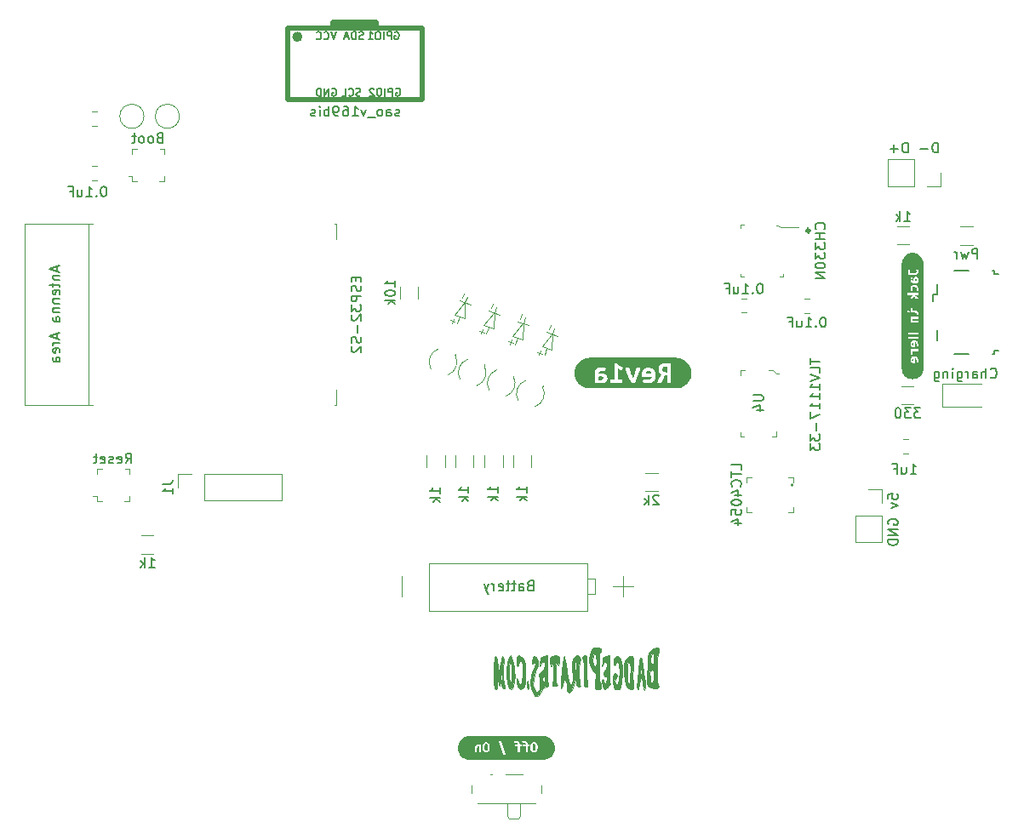
<source format=gbr>
%TF.GenerationSoftware,KiCad,Pcbnew,(6.0.7)*%
%TF.CreationDate,2022-10-04T19:13:39-05:00*%
%TF.ProjectId,BsidesCHS-2022-Badge,42736964-6573-4434-9853-2d323032322d,0*%
%TF.SameCoordinates,Original*%
%TF.FileFunction,Legend,Bot*%
%TF.FilePolarity,Positive*%
%FSLAX46Y46*%
G04 Gerber Fmt 4.6, Leading zero omitted, Abs format (unit mm)*
G04 Created by KiCad (PCBNEW (6.0.7)) date 2022-10-04 19:13:39*
%MOMM*%
%LPD*%
G01*
G04 APERTURE LIST*
%ADD10C,0.150000*%
%ADD11C,0.010000*%
%ADD12C,0.500000*%
%ADD13C,0.120000*%
%ADD14C,0.210000*%
%ADD15C,0.100000*%
%ADD16C,0.310000*%
G04 APERTURE END LIST*
D10*
%TO.C,X1*%
X140078861Y-81062461D02*
X139983623Y-81110080D01*
X139793147Y-81110080D01*
X139697909Y-81062461D01*
X139650290Y-80967223D01*
X139650290Y-80919604D01*
X139697909Y-80824366D01*
X139793147Y-80776747D01*
X139936004Y-80776747D01*
X140031242Y-80729128D01*
X140078861Y-80633890D01*
X140078861Y-80586271D01*
X140031242Y-80491033D01*
X139936004Y-80443414D01*
X139793147Y-80443414D01*
X139697909Y-80491033D01*
X138793147Y-81110080D02*
X138793147Y-80586271D01*
X138840766Y-80491033D01*
X138936004Y-80443414D01*
X139126480Y-80443414D01*
X139221719Y-80491033D01*
X138793147Y-81062461D02*
X138888385Y-81110080D01*
X139126480Y-81110080D01*
X139221719Y-81062461D01*
X139269338Y-80967223D01*
X139269338Y-80871985D01*
X139221719Y-80776747D01*
X139126480Y-80729128D01*
X138888385Y-80729128D01*
X138793147Y-80681509D01*
X138174100Y-81110080D02*
X138269338Y-81062461D01*
X138316957Y-81014842D01*
X138364576Y-80919604D01*
X138364576Y-80633890D01*
X138316957Y-80538652D01*
X138269338Y-80491033D01*
X138174100Y-80443414D01*
X138031242Y-80443414D01*
X137936004Y-80491033D01*
X137888385Y-80538652D01*
X137840766Y-80633890D01*
X137840766Y-80919604D01*
X137888385Y-81014842D01*
X137936004Y-81062461D01*
X138031242Y-81110080D01*
X138174100Y-81110080D01*
X137650290Y-81205319D02*
X136888385Y-81205319D01*
X136745528Y-80443414D02*
X136507433Y-81110080D01*
X136269338Y-80443414D01*
X135364576Y-81110080D02*
X135936004Y-81110080D01*
X135650290Y-81110080D02*
X135650290Y-80110080D01*
X135745528Y-80252938D01*
X135840766Y-80348176D01*
X135936004Y-80395795D01*
X134507433Y-80110080D02*
X134697909Y-80110080D01*
X134793147Y-80157700D01*
X134840766Y-80205319D01*
X134936004Y-80348176D01*
X134983623Y-80538652D01*
X134983623Y-80919604D01*
X134936004Y-81014842D01*
X134888385Y-81062461D01*
X134793147Y-81110080D01*
X134602671Y-81110080D01*
X134507433Y-81062461D01*
X134459814Y-81014842D01*
X134412195Y-80919604D01*
X134412195Y-80681509D01*
X134459814Y-80586271D01*
X134507433Y-80538652D01*
X134602671Y-80491033D01*
X134793147Y-80491033D01*
X134888385Y-80538652D01*
X134936004Y-80586271D01*
X134983623Y-80681509D01*
X133936004Y-81110080D02*
X133745528Y-81110080D01*
X133650290Y-81062461D01*
X133602671Y-81014842D01*
X133507433Y-80871985D01*
X133459814Y-80681509D01*
X133459814Y-80300557D01*
X133507433Y-80205319D01*
X133555052Y-80157700D01*
X133650290Y-80110080D01*
X133840766Y-80110080D01*
X133936004Y-80157700D01*
X133983623Y-80205319D01*
X134031242Y-80300557D01*
X134031242Y-80538652D01*
X133983623Y-80633890D01*
X133936004Y-80681509D01*
X133840766Y-80729128D01*
X133650290Y-80729128D01*
X133555052Y-80681509D01*
X133507433Y-80633890D01*
X133459814Y-80538652D01*
X133031242Y-81110080D02*
X133031242Y-80110080D01*
X133031242Y-80491033D02*
X132936004Y-80443414D01*
X132745528Y-80443414D01*
X132650290Y-80491033D01*
X132602671Y-80538652D01*
X132555052Y-80633890D01*
X132555052Y-80919604D01*
X132602671Y-81014842D01*
X132650290Y-81062461D01*
X132745528Y-81110080D01*
X132936004Y-81110080D01*
X133031242Y-81062461D01*
X132126480Y-81110080D02*
X132126480Y-80443414D01*
X132126480Y-80110080D02*
X132174100Y-80157700D01*
X132126480Y-80205319D01*
X132078861Y-80157700D01*
X132126480Y-80110080D01*
X132126480Y-80205319D01*
X131697909Y-81062461D02*
X131602671Y-81110080D01*
X131412195Y-81110080D01*
X131316957Y-81062461D01*
X131269338Y-80967223D01*
X131269338Y-80919604D01*
X131316957Y-80824366D01*
X131412195Y-80776747D01*
X131555052Y-80776747D01*
X131650290Y-80729128D01*
X131697909Y-80633890D01*
X131697909Y-80586271D01*
X131650290Y-80491033D01*
X131555052Y-80443414D01*
X131412195Y-80443414D01*
X131316957Y-80491033D01*
X139727642Y-78377700D02*
X139799071Y-78341985D01*
X139906214Y-78341985D01*
X140013357Y-78377700D01*
X140084785Y-78449128D01*
X140120500Y-78520557D01*
X140156214Y-78663414D01*
X140156214Y-78770557D01*
X140120500Y-78913414D01*
X140084785Y-78984842D01*
X140013357Y-79056271D01*
X139906214Y-79091985D01*
X139834785Y-79091985D01*
X139727642Y-79056271D01*
X139691928Y-79020557D01*
X139691928Y-78770557D01*
X139834785Y-78770557D01*
X139370500Y-79091985D02*
X139370500Y-78341985D01*
X139084785Y-78341985D01*
X139013357Y-78377700D01*
X138977642Y-78413414D01*
X138941928Y-78484842D01*
X138941928Y-78591985D01*
X138977642Y-78663414D01*
X139013357Y-78699128D01*
X139084785Y-78734842D01*
X139370500Y-78734842D01*
X138620500Y-79091985D02*
X138620500Y-78341985D01*
X138120500Y-78341985D02*
X137977642Y-78341985D01*
X137906214Y-78377700D01*
X137834785Y-78449128D01*
X137799071Y-78591985D01*
X137799071Y-78841985D01*
X137834785Y-78984842D01*
X137906214Y-79056271D01*
X137977642Y-79091985D01*
X138120500Y-79091985D01*
X138191928Y-79056271D01*
X138263357Y-78984842D01*
X138299071Y-78841985D01*
X138299071Y-78591985D01*
X138263357Y-78449128D01*
X138191928Y-78377700D01*
X138120500Y-78341985D01*
X137513357Y-78413414D02*
X137477642Y-78377700D01*
X137406214Y-78341985D01*
X137227642Y-78341985D01*
X137156214Y-78377700D01*
X137120500Y-78413414D01*
X137084785Y-78484842D01*
X137084785Y-78556271D01*
X137120500Y-78663414D01*
X137549071Y-79091985D01*
X137084785Y-79091985D01*
X133375328Y-78403100D02*
X133446757Y-78367385D01*
X133553900Y-78367385D01*
X133661042Y-78403100D01*
X133732471Y-78474528D01*
X133768185Y-78545957D01*
X133803900Y-78688814D01*
X133803900Y-78795957D01*
X133768185Y-78938814D01*
X133732471Y-79010242D01*
X133661042Y-79081671D01*
X133553900Y-79117385D01*
X133482471Y-79117385D01*
X133375328Y-79081671D01*
X133339614Y-79045957D01*
X133339614Y-78795957D01*
X133482471Y-78795957D01*
X133018185Y-79117385D02*
X133018185Y-78367385D01*
X132589614Y-79117385D01*
X132589614Y-78367385D01*
X132232471Y-79117385D02*
X132232471Y-78367385D01*
X132053900Y-78367385D01*
X131946757Y-78403100D01*
X131875328Y-78474528D01*
X131839614Y-78545957D01*
X131803900Y-78688814D01*
X131803900Y-78795957D01*
X131839614Y-78938814D01*
X131875328Y-79010242D01*
X131946757Y-79081671D01*
X132053900Y-79117385D01*
X132232471Y-79117385D01*
X136185957Y-79081671D02*
X136078814Y-79117385D01*
X135900242Y-79117385D01*
X135828814Y-79081671D01*
X135793100Y-79045957D01*
X135757385Y-78974528D01*
X135757385Y-78903100D01*
X135793100Y-78831671D01*
X135828814Y-78795957D01*
X135900242Y-78760242D01*
X136043100Y-78724528D01*
X136114528Y-78688814D01*
X136150242Y-78653100D01*
X136185957Y-78581671D01*
X136185957Y-78510242D01*
X136150242Y-78438814D01*
X136114528Y-78403100D01*
X136043100Y-78367385D01*
X135864528Y-78367385D01*
X135757385Y-78403100D01*
X135007385Y-79045957D02*
X135043100Y-79081671D01*
X135150242Y-79117385D01*
X135221671Y-79117385D01*
X135328814Y-79081671D01*
X135400242Y-79010242D01*
X135435957Y-78938814D01*
X135471671Y-78795957D01*
X135471671Y-78688814D01*
X135435957Y-78545957D01*
X135400242Y-78474528D01*
X135328814Y-78403100D01*
X135221671Y-78367385D01*
X135150242Y-78367385D01*
X135043100Y-78403100D01*
X135007385Y-78438814D01*
X134328814Y-79117385D02*
X134685957Y-79117385D01*
X134685957Y-78367385D01*
X139600642Y-72738900D02*
X139672071Y-72703185D01*
X139779214Y-72703185D01*
X139886357Y-72738900D01*
X139957785Y-72810328D01*
X139993500Y-72881757D01*
X140029214Y-73024614D01*
X140029214Y-73131757D01*
X139993500Y-73274614D01*
X139957785Y-73346042D01*
X139886357Y-73417471D01*
X139779214Y-73453185D01*
X139707785Y-73453185D01*
X139600642Y-73417471D01*
X139564928Y-73381757D01*
X139564928Y-73131757D01*
X139707785Y-73131757D01*
X139243500Y-73453185D02*
X139243500Y-72703185D01*
X138957785Y-72703185D01*
X138886357Y-72738900D01*
X138850642Y-72774614D01*
X138814928Y-72846042D01*
X138814928Y-72953185D01*
X138850642Y-73024614D01*
X138886357Y-73060328D01*
X138957785Y-73096042D01*
X139243500Y-73096042D01*
X138493500Y-73453185D02*
X138493500Y-72703185D01*
X137993500Y-72703185D02*
X137850642Y-72703185D01*
X137779214Y-72738900D01*
X137707785Y-72810328D01*
X137672071Y-72953185D01*
X137672071Y-73203185D01*
X137707785Y-73346042D01*
X137779214Y-73417471D01*
X137850642Y-73453185D01*
X137993500Y-73453185D01*
X138064928Y-73417471D01*
X138136357Y-73346042D01*
X138172071Y-73203185D01*
X138172071Y-72953185D01*
X138136357Y-72810328D01*
X138064928Y-72738900D01*
X137993500Y-72703185D01*
X136957785Y-73453185D02*
X137386357Y-73453185D01*
X137172071Y-73453185D02*
X137172071Y-72703185D01*
X137243500Y-72810328D01*
X137314928Y-72881757D01*
X137386357Y-72917471D01*
X136457814Y-73417471D02*
X136350671Y-73453185D01*
X136172100Y-73453185D01*
X136100671Y-73417471D01*
X136064957Y-73381757D01*
X136029242Y-73310328D01*
X136029242Y-73238900D01*
X136064957Y-73167471D01*
X136100671Y-73131757D01*
X136172100Y-73096042D01*
X136314957Y-73060328D01*
X136386385Y-73024614D01*
X136422100Y-72988900D01*
X136457814Y-72917471D01*
X136457814Y-72846042D01*
X136422100Y-72774614D01*
X136386385Y-72738900D01*
X136314957Y-72703185D01*
X136136385Y-72703185D01*
X136029242Y-72738900D01*
X135707814Y-73453185D02*
X135707814Y-72703185D01*
X135529242Y-72703185D01*
X135422100Y-72738900D01*
X135350671Y-72810328D01*
X135314957Y-72881757D01*
X135279242Y-73024614D01*
X135279242Y-73131757D01*
X135314957Y-73274614D01*
X135350671Y-73346042D01*
X135422100Y-73417471D01*
X135529242Y-73453185D01*
X135707814Y-73453185D01*
X134993528Y-73238900D02*
X134636385Y-73238900D01*
X135064957Y-73453185D02*
X134814957Y-72703185D01*
X134564957Y-73453185D01*
X133753100Y-72728585D02*
X133503100Y-73478585D01*
X133253100Y-72728585D01*
X132574528Y-73407157D02*
X132610242Y-73442871D01*
X132717385Y-73478585D01*
X132788814Y-73478585D01*
X132895957Y-73442871D01*
X132967385Y-73371442D01*
X133003100Y-73300014D01*
X133038814Y-73157157D01*
X133038814Y-73050014D01*
X133003100Y-72907157D01*
X132967385Y-72835728D01*
X132895957Y-72764300D01*
X132788814Y-72728585D01*
X132717385Y-72728585D01*
X132610242Y-72764300D01*
X132574528Y-72800014D01*
X131824528Y-73407157D02*
X131860242Y-73442871D01*
X131967385Y-73478585D01*
X132038814Y-73478585D01*
X132145957Y-73442871D01*
X132217385Y-73371442D01*
X132253100Y-73300014D01*
X132288814Y-73157157D01*
X132288814Y-73050014D01*
X132253100Y-72907157D01*
X132217385Y-72835728D01*
X132145957Y-72764300D01*
X132038814Y-72728585D01*
X131967385Y-72728585D01*
X131860242Y-72764300D01*
X131824528Y-72800014D01*
%TO.C,BT1*%
X153049028Y-127817571D02*
X152906171Y-127865190D01*
X152858552Y-127912809D01*
X152810933Y-128008047D01*
X152810933Y-128150904D01*
X152858552Y-128246142D01*
X152906171Y-128293761D01*
X153001409Y-128341380D01*
X153382361Y-128341380D01*
X153382361Y-127341380D01*
X153049028Y-127341380D01*
X152953790Y-127389000D01*
X152906171Y-127436619D01*
X152858552Y-127531857D01*
X152858552Y-127627095D01*
X152906171Y-127722333D01*
X152953790Y-127769952D01*
X153049028Y-127817571D01*
X153382361Y-127817571D01*
X151953790Y-128341380D02*
X151953790Y-127817571D01*
X152001409Y-127722333D01*
X152096647Y-127674714D01*
X152287123Y-127674714D01*
X152382361Y-127722333D01*
X151953790Y-128293761D02*
X152049028Y-128341380D01*
X152287123Y-128341380D01*
X152382361Y-128293761D01*
X152429980Y-128198523D01*
X152429980Y-128103285D01*
X152382361Y-128008047D01*
X152287123Y-127960428D01*
X152049028Y-127960428D01*
X151953790Y-127912809D01*
X151620457Y-127674714D02*
X151239504Y-127674714D01*
X151477600Y-127341380D02*
X151477600Y-128198523D01*
X151429980Y-128293761D01*
X151334742Y-128341380D01*
X151239504Y-128341380D01*
X151049028Y-127674714D02*
X150668076Y-127674714D01*
X150906171Y-127341380D02*
X150906171Y-128198523D01*
X150858552Y-128293761D01*
X150763314Y-128341380D01*
X150668076Y-128341380D01*
X149953790Y-128293761D02*
X150049028Y-128341380D01*
X150239504Y-128341380D01*
X150334742Y-128293761D01*
X150382361Y-128198523D01*
X150382361Y-127817571D01*
X150334742Y-127722333D01*
X150239504Y-127674714D01*
X150049028Y-127674714D01*
X149953790Y-127722333D01*
X149906171Y-127817571D01*
X149906171Y-127912809D01*
X150382361Y-128008047D01*
X149477600Y-128341380D02*
X149477600Y-127674714D01*
X149477600Y-127865190D02*
X149429980Y-127769952D01*
X149382361Y-127722333D01*
X149287123Y-127674714D01*
X149191885Y-127674714D01*
X148953790Y-127674714D02*
X148715695Y-128341380D01*
X148477600Y-127674714D02*
X148715695Y-128341380D01*
X148810933Y-128579476D01*
X148858552Y-128627095D01*
X148953790Y-128674714D01*
%TO.C,U1*%
X174075280Y-116281509D02*
X174075280Y-115805319D01*
X173075280Y-115805319D01*
X173075280Y-116471985D02*
X173075280Y-117043414D01*
X174075280Y-116757700D02*
X173075280Y-116757700D01*
X173980042Y-117948176D02*
X174027661Y-117900557D01*
X174075280Y-117757700D01*
X174075280Y-117662461D01*
X174027661Y-117519604D01*
X173932423Y-117424366D01*
X173837185Y-117376747D01*
X173646709Y-117329128D01*
X173503852Y-117329128D01*
X173313376Y-117376747D01*
X173218138Y-117424366D01*
X173122900Y-117519604D01*
X173075280Y-117662461D01*
X173075280Y-117757700D01*
X173122900Y-117900557D01*
X173170519Y-117948176D01*
X173408614Y-118805319D02*
X174075280Y-118805319D01*
X173027661Y-118567223D02*
X173741947Y-118329128D01*
X173741947Y-118948176D01*
X173075280Y-119519604D02*
X173075280Y-119614842D01*
X173122900Y-119710080D01*
X173170519Y-119757700D01*
X173265757Y-119805319D01*
X173456233Y-119852938D01*
X173694328Y-119852938D01*
X173884804Y-119805319D01*
X173980042Y-119757700D01*
X174027661Y-119710080D01*
X174075280Y-119614842D01*
X174075280Y-119519604D01*
X174027661Y-119424366D01*
X173980042Y-119376747D01*
X173884804Y-119329128D01*
X173694328Y-119281509D01*
X173456233Y-119281509D01*
X173265757Y-119329128D01*
X173170519Y-119376747D01*
X173122900Y-119424366D01*
X173075280Y-119519604D01*
X173075280Y-120757700D02*
X173075280Y-120281509D01*
X173551471Y-120233890D01*
X173503852Y-120281509D01*
X173456233Y-120376747D01*
X173456233Y-120614842D01*
X173503852Y-120710080D01*
X173551471Y-120757700D01*
X173646709Y-120805319D01*
X173884804Y-120805319D01*
X173980042Y-120757700D01*
X174027661Y-120710080D01*
X174075280Y-120614842D01*
X174075280Y-120376747D01*
X174027661Y-120281509D01*
X173980042Y-120233890D01*
X173408614Y-121662461D02*
X174075280Y-121662461D01*
X173027661Y-121424366D02*
X173741947Y-121186271D01*
X173741947Y-121805319D01*
%TO.C,J1*%
X116512380Y-117700466D02*
X117226666Y-117700466D01*
X117369523Y-117652847D01*
X117464761Y-117557609D01*
X117512380Y-117414752D01*
X117512380Y-117319514D01*
X117512380Y-118700466D02*
X117512380Y-118129038D01*
X117512380Y-118414752D02*
X116512380Y-118414752D01*
X116655238Y-118319514D01*
X116750476Y-118224276D01*
X116798095Y-118129038D01*
%TO.C,R7*%
X149829780Y-118549752D02*
X149829780Y-117978323D01*
X149829780Y-118264038D02*
X148829780Y-118264038D01*
X148972638Y-118168800D01*
X149067876Y-118073561D01*
X149115495Y-117978323D01*
X149829780Y-118978323D02*
X148829780Y-118978323D01*
X149448828Y-119073561D02*
X149829780Y-119359276D01*
X149163114Y-119359276D02*
X149544066Y-118978323D01*
%TO.C,R5*%
X191887314Y-110136780D02*
X191268266Y-110136780D01*
X191601600Y-110517733D01*
X191458742Y-110517733D01*
X191363504Y-110565352D01*
X191315885Y-110612971D01*
X191268266Y-110708209D01*
X191268266Y-110946304D01*
X191315885Y-111041542D01*
X191363504Y-111089161D01*
X191458742Y-111136780D01*
X191744457Y-111136780D01*
X191839695Y-111089161D01*
X191887314Y-111041542D01*
X190934933Y-110136780D02*
X190315885Y-110136780D01*
X190649219Y-110517733D01*
X190506361Y-110517733D01*
X190411123Y-110565352D01*
X190363504Y-110612971D01*
X190315885Y-110708209D01*
X190315885Y-110946304D01*
X190363504Y-111041542D01*
X190411123Y-111089161D01*
X190506361Y-111136780D01*
X190792076Y-111136780D01*
X190887314Y-111089161D01*
X190934933Y-111041542D01*
X189696838Y-110136780D02*
X189601600Y-110136780D01*
X189506361Y-110184400D01*
X189458742Y-110232019D01*
X189411123Y-110327257D01*
X189363504Y-110517733D01*
X189363504Y-110755828D01*
X189411123Y-110946304D01*
X189458742Y-111041542D01*
X189506361Y-111089161D01*
X189601600Y-111136780D01*
X189696838Y-111136780D01*
X189792076Y-111089161D01*
X189839695Y-111041542D01*
X189887314Y-110946304D01*
X189934933Y-110755828D01*
X189934933Y-110517733D01*
X189887314Y-110327257D01*
X189839695Y-110232019D01*
X189792076Y-110184400D01*
X189696838Y-110136780D01*
%TO.C,R2*%
X190288847Y-91596380D02*
X190860276Y-91596380D01*
X190574561Y-91596380D02*
X190574561Y-90596380D01*
X190669800Y-90739238D01*
X190765038Y-90834476D01*
X190860276Y-90882095D01*
X189860276Y-91596380D02*
X189860276Y-90596380D01*
X189765038Y-91215428D02*
X189479323Y-91596380D01*
X189479323Y-90929714D02*
X189860276Y-91310666D01*
%TO.C,U2*%
X135745771Y-97123714D02*
X135745771Y-97457047D01*
X136269580Y-97599904D02*
X136269580Y-97123714D01*
X135269580Y-97123714D01*
X135269580Y-97599904D01*
X136221961Y-97980857D02*
X136269580Y-98123714D01*
X136269580Y-98361809D01*
X136221961Y-98457047D01*
X136174342Y-98504666D01*
X136079104Y-98552285D01*
X135983866Y-98552285D01*
X135888628Y-98504666D01*
X135841009Y-98457047D01*
X135793390Y-98361809D01*
X135745771Y-98171333D01*
X135698152Y-98076095D01*
X135650533Y-98028476D01*
X135555295Y-97980857D01*
X135460057Y-97980857D01*
X135364819Y-98028476D01*
X135317200Y-98076095D01*
X135269580Y-98171333D01*
X135269580Y-98409428D01*
X135317200Y-98552285D01*
X136269580Y-98980857D02*
X135269580Y-98980857D01*
X135269580Y-99361809D01*
X135317200Y-99457047D01*
X135364819Y-99504666D01*
X135460057Y-99552285D01*
X135602914Y-99552285D01*
X135698152Y-99504666D01*
X135745771Y-99457047D01*
X135793390Y-99361809D01*
X135793390Y-98980857D01*
X135269580Y-99885619D02*
X135269580Y-100504666D01*
X135650533Y-100171333D01*
X135650533Y-100314190D01*
X135698152Y-100409428D01*
X135745771Y-100457047D01*
X135841009Y-100504666D01*
X136079104Y-100504666D01*
X136174342Y-100457047D01*
X136221961Y-100409428D01*
X136269580Y-100314190D01*
X136269580Y-100028476D01*
X136221961Y-99933238D01*
X136174342Y-99885619D01*
X135364819Y-100885619D02*
X135317200Y-100933238D01*
X135269580Y-101028476D01*
X135269580Y-101266571D01*
X135317200Y-101361809D01*
X135364819Y-101409428D01*
X135460057Y-101457047D01*
X135555295Y-101457047D01*
X135698152Y-101409428D01*
X136269580Y-100838000D01*
X136269580Y-101457047D01*
X135888628Y-101885619D02*
X135888628Y-102647523D01*
X136221961Y-103076095D02*
X136269580Y-103218952D01*
X136269580Y-103457047D01*
X136221961Y-103552285D01*
X136174342Y-103599904D01*
X136079104Y-103647523D01*
X135983866Y-103647523D01*
X135888628Y-103599904D01*
X135841009Y-103552285D01*
X135793390Y-103457047D01*
X135745771Y-103266571D01*
X135698152Y-103171333D01*
X135650533Y-103123714D01*
X135555295Y-103076095D01*
X135460057Y-103076095D01*
X135364819Y-103123714D01*
X135317200Y-103171333D01*
X135269580Y-103266571D01*
X135269580Y-103504666D01*
X135317200Y-103647523D01*
X135364819Y-104028476D02*
X135317200Y-104076095D01*
X135269580Y-104171333D01*
X135269580Y-104409428D01*
X135317200Y-104504666D01*
X135364819Y-104552285D01*
X135460057Y-104599904D01*
X135555295Y-104599904D01*
X135698152Y-104552285D01*
X136269580Y-103980857D01*
X136269580Y-104599904D01*
X105983866Y-96076095D02*
X105983866Y-96552285D01*
X106269580Y-95980857D02*
X105269580Y-96314190D01*
X106269580Y-96647523D01*
X105602914Y-96980857D02*
X106269580Y-96980857D01*
X105698152Y-96980857D02*
X105650533Y-97028476D01*
X105602914Y-97123714D01*
X105602914Y-97266571D01*
X105650533Y-97361809D01*
X105745771Y-97409428D01*
X106269580Y-97409428D01*
X105602914Y-97742761D02*
X105602914Y-98123714D01*
X105269580Y-97885619D02*
X106126723Y-97885619D01*
X106221961Y-97933238D01*
X106269580Y-98028476D01*
X106269580Y-98123714D01*
X106221961Y-98838000D02*
X106269580Y-98742761D01*
X106269580Y-98552285D01*
X106221961Y-98457047D01*
X106126723Y-98409428D01*
X105745771Y-98409428D01*
X105650533Y-98457047D01*
X105602914Y-98552285D01*
X105602914Y-98742761D01*
X105650533Y-98838000D01*
X105745771Y-98885619D01*
X105841009Y-98885619D01*
X105936247Y-98409428D01*
X105602914Y-99314190D02*
X106269580Y-99314190D01*
X105698152Y-99314190D02*
X105650533Y-99361809D01*
X105602914Y-99457047D01*
X105602914Y-99599904D01*
X105650533Y-99695142D01*
X105745771Y-99742761D01*
X106269580Y-99742761D01*
X105602914Y-100218952D02*
X106269580Y-100218952D01*
X105698152Y-100218952D02*
X105650533Y-100266571D01*
X105602914Y-100361809D01*
X105602914Y-100504666D01*
X105650533Y-100599904D01*
X105745771Y-100647523D01*
X106269580Y-100647523D01*
X106269580Y-101552285D02*
X105745771Y-101552285D01*
X105650533Y-101504666D01*
X105602914Y-101409428D01*
X105602914Y-101218952D01*
X105650533Y-101123714D01*
X106221961Y-101552285D02*
X106269580Y-101457047D01*
X106269580Y-101218952D01*
X106221961Y-101123714D01*
X106126723Y-101076095D01*
X106031485Y-101076095D01*
X105936247Y-101123714D01*
X105888628Y-101218952D01*
X105888628Y-101457047D01*
X105841009Y-101552285D01*
X105983866Y-102742761D02*
X105983866Y-103218952D01*
X106269580Y-102647523D02*
X105269580Y-102980857D01*
X106269580Y-103314190D01*
X106269580Y-103647523D02*
X105602914Y-103647523D01*
X105793390Y-103647523D02*
X105698152Y-103695142D01*
X105650533Y-103742761D01*
X105602914Y-103838000D01*
X105602914Y-103933238D01*
X106221961Y-104647523D02*
X106269580Y-104552285D01*
X106269580Y-104361809D01*
X106221961Y-104266571D01*
X106126723Y-104218952D01*
X105745771Y-104218952D01*
X105650533Y-104266571D01*
X105602914Y-104361809D01*
X105602914Y-104552285D01*
X105650533Y-104647523D01*
X105745771Y-104695142D01*
X105841009Y-104695142D01*
X105936247Y-104218952D01*
X106269580Y-105552285D02*
X105745771Y-105552285D01*
X105650533Y-105504666D01*
X105602914Y-105409428D01*
X105602914Y-105218952D01*
X105650533Y-105123714D01*
X106221961Y-105552285D02*
X106269580Y-105457047D01*
X106269580Y-105218952D01*
X106221961Y-105123714D01*
X106126723Y-105076095D01*
X106031485Y-105076095D01*
X105936247Y-105123714D01*
X105888628Y-105218952D01*
X105888628Y-105457047D01*
X105841009Y-105552285D01*
%TO.C,D3*%
X198842000Y-107087942D02*
X198889619Y-107135561D01*
X199032476Y-107183180D01*
X199127714Y-107183180D01*
X199270571Y-107135561D01*
X199365809Y-107040323D01*
X199413428Y-106945085D01*
X199461047Y-106754609D01*
X199461047Y-106611752D01*
X199413428Y-106421276D01*
X199365809Y-106326038D01*
X199270571Y-106230800D01*
X199127714Y-106183180D01*
X199032476Y-106183180D01*
X198889619Y-106230800D01*
X198842000Y-106278419D01*
X198413428Y-107183180D02*
X198413428Y-106183180D01*
X197984857Y-107183180D02*
X197984857Y-106659371D01*
X198032476Y-106564133D01*
X198127714Y-106516514D01*
X198270571Y-106516514D01*
X198365809Y-106564133D01*
X198413428Y-106611752D01*
X197080095Y-107183180D02*
X197080095Y-106659371D01*
X197127714Y-106564133D01*
X197222952Y-106516514D01*
X197413428Y-106516514D01*
X197508666Y-106564133D01*
X197080095Y-107135561D02*
X197175333Y-107183180D01*
X197413428Y-107183180D01*
X197508666Y-107135561D01*
X197556285Y-107040323D01*
X197556285Y-106945085D01*
X197508666Y-106849847D01*
X197413428Y-106802228D01*
X197175333Y-106802228D01*
X197080095Y-106754609D01*
X196603904Y-107183180D02*
X196603904Y-106516514D01*
X196603904Y-106706990D02*
X196556285Y-106611752D01*
X196508666Y-106564133D01*
X196413428Y-106516514D01*
X196318190Y-106516514D01*
X195556285Y-106516514D02*
X195556285Y-107326038D01*
X195603904Y-107421276D01*
X195651523Y-107468895D01*
X195746761Y-107516514D01*
X195889619Y-107516514D01*
X195984857Y-107468895D01*
X195556285Y-107135561D02*
X195651523Y-107183180D01*
X195842000Y-107183180D01*
X195937238Y-107135561D01*
X195984857Y-107087942D01*
X196032476Y-106992704D01*
X196032476Y-106706990D01*
X195984857Y-106611752D01*
X195937238Y-106564133D01*
X195842000Y-106516514D01*
X195651523Y-106516514D01*
X195556285Y-106564133D01*
X195080095Y-107183180D02*
X195080095Y-106516514D01*
X195080095Y-106183180D02*
X195127714Y-106230800D01*
X195080095Y-106278419D01*
X195032476Y-106230800D01*
X195080095Y-106183180D01*
X195080095Y-106278419D01*
X194603904Y-106516514D02*
X194603904Y-107183180D01*
X194603904Y-106611752D02*
X194556285Y-106564133D01*
X194461047Y-106516514D01*
X194318190Y-106516514D01*
X194222952Y-106564133D01*
X194175333Y-106659371D01*
X194175333Y-107183180D01*
X193270571Y-106516514D02*
X193270571Y-107326038D01*
X193318190Y-107421276D01*
X193365809Y-107468895D01*
X193461047Y-107516514D01*
X193603904Y-107516514D01*
X193699142Y-107468895D01*
X193270571Y-107135561D02*
X193365809Y-107183180D01*
X193556285Y-107183180D01*
X193651523Y-107135561D01*
X193699142Y-107087942D01*
X193746761Y-106992704D01*
X193746761Y-106706990D01*
X193699142Y-106611752D01*
X193651523Y-106564133D01*
X193556285Y-106516514D01*
X193365809Y-106516514D01*
X193270571Y-106564133D01*
%TO.C,C1*%
X190892038Y-116708180D02*
X191463466Y-116708180D01*
X191177752Y-116708180D02*
X191177752Y-115708180D01*
X191272990Y-115851038D01*
X191368228Y-115946276D01*
X191463466Y-115993895D01*
X190034895Y-116041514D02*
X190034895Y-116708180D01*
X190463466Y-116041514D02*
X190463466Y-116565323D01*
X190415847Y-116660561D01*
X190320609Y-116708180D01*
X190177752Y-116708180D01*
X190082514Y-116660561D01*
X190034895Y-116612942D01*
X189225371Y-116184371D02*
X189558704Y-116184371D01*
X189558704Y-116708180D02*
X189558704Y-115708180D01*
X189082514Y-115708180D01*
%TO.C,R8*%
X152699980Y-118549752D02*
X152699980Y-117978323D01*
X152699980Y-118264038D02*
X151699980Y-118264038D01*
X151842838Y-118168800D01*
X151938076Y-118073561D01*
X151985695Y-117978323D01*
X152699980Y-118978323D02*
X151699980Y-118978323D01*
X152319028Y-119073561D02*
X152699980Y-119359276D01*
X152033314Y-119359276D02*
X152414266Y-118978323D01*
%TO.C,U4*%
X175245780Y-108864495D02*
X176055304Y-108864495D01*
X176150542Y-108912114D01*
X176198161Y-108959733D01*
X176245780Y-109054971D01*
X176245780Y-109245447D01*
X176198161Y-109340685D01*
X176150542Y-109388304D01*
X176055304Y-109435923D01*
X175245780Y-109435923D01*
X175579114Y-110340685D02*
X176245780Y-110340685D01*
X175198161Y-110102590D02*
X175912447Y-109864495D01*
X175912447Y-110483542D01*
X180895780Y-105231961D02*
X180895780Y-105803390D01*
X181895780Y-105517676D02*
X180895780Y-105517676D01*
X181895780Y-106612914D02*
X181895780Y-106136723D01*
X180895780Y-106136723D01*
X180895780Y-106803390D02*
X181895780Y-107136723D01*
X180895780Y-107470057D01*
X181895780Y-108327200D02*
X181895780Y-107755771D01*
X181895780Y-108041485D02*
X180895780Y-108041485D01*
X181038638Y-107946247D01*
X181133876Y-107851009D01*
X181181495Y-107755771D01*
X181895780Y-109279580D02*
X181895780Y-108708152D01*
X181895780Y-108993866D02*
X180895780Y-108993866D01*
X181038638Y-108898628D01*
X181133876Y-108803390D01*
X181181495Y-108708152D01*
X181895780Y-110231961D02*
X181895780Y-109660533D01*
X181895780Y-109946247D02*
X180895780Y-109946247D01*
X181038638Y-109851009D01*
X181133876Y-109755771D01*
X181181495Y-109660533D01*
X180895780Y-110565295D02*
X180895780Y-111231961D01*
X181895780Y-110803390D01*
X181514828Y-111612914D02*
X181514828Y-112374819D01*
X180895780Y-112755771D02*
X180895780Y-113374819D01*
X181276733Y-113041485D01*
X181276733Y-113184342D01*
X181324352Y-113279580D01*
X181371971Y-113327200D01*
X181467209Y-113374819D01*
X181705304Y-113374819D01*
X181800542Y-113327200D01*
X181848161Y-113279580D01*
X181895780Y-113184342D01*
X181895780Y-112898628D01*
X181848161Y-112803390D01*
X181800542Y-112755771D01*
X180895780Y-113708152D02*
X180895780Y-114327200D01*
X181276733Y-113993866D01*
X181276733Y-114136723D01*
X181324352Y-114231961D01*
X181371971Y-114279580D01*
X181467209Y-114327200D01*
X181705304Y-114327200D01*
X181800542Y-114279580D01*
X181848161Y-114231961D01*
X181895780Y-114136723D01*
X181895780Y-113851009D01*
X181848161Y-113755771D01*
X181800542Y-113708152D01*
%TO.C,R3*%
X165841276Y-118893419D02*
X165793657Y-118845800D01*
X165698419Y-118798180D01*
X165460323Y-118798180D01*
X165365085Y-118845800D01*
X165317466Y-118893419D01*
X165269847Y-118988657D01*
X165269847Y-119083895D01*
X165317466Y-119226752D01*
X165888895Y-119798180D01*
X165269847Y-119798180D01*
X164841276Y-119798180D02*
X164841276Y-118798180D01*
X164746038Y-119417228D02*
X164460323Y-119798180D01*
X164460323Y-119131514D02*
X164841276Y-119512466D01*
%TO.C,J5*%
X188656980Y-119211980D02*
X188656980Y-118735790D01*
X189133171Y-118688171D01*
X189085552Y-118735790D01*
X189037933Y-118831028D01*
X189037933Y-119069123D01*
X189085552Y-119164361D01*
X189133171Y-119211980D01*
X189228409Y-119259600D01*
X189466504Y-119259600D01*
X189561742Y-119211980D01*
X189609361Y-119164361D01*
X189656980Y-119069123D01*
X189656980Y-118831028D01*
X189609361Y-118735790D01*
X189561742Y-118688171D01*
X188990314Y-119592933D02*
X189656980Y-119831028D01*
X188990314Y-120069123D01*
X188704600Y-121735790D02*
X188656980Y-121640552D01*
X188656980Y-121497695D01*
X188704600Y-121354838D01*
X188799838Y-121259600D01*
X188895076Y-121211980D01*
X189085552Y-121164361D01*
X189228409Y-121164361D01*
X189418885Y-121211980D01*
X189514123Y-121259600D01*
X189609361Y-121354838D01*
X189656980Y-121497695D01*
X189656980Y-121592933D01*
X189609361Y-121735790D01*
X189561742Y-121783409D01*
X189228409Y-121783409D01*
X189228409Y-121592933D01*
X189656980Y-122211980D02*
X188656980Y-122211980D01*
X189656980Y-122783409D01*
X188656980Y-122783409D01*
X189656980Y-123259600D02*
X188656980Y-123259600D01*
X188656980Y-123497695D01*
X188704600Y-123640552D01*
X188799838Y-123735790D01*
X188895076Y-123783409D01*
X189085552Y-123831028D01*
X189228409Y-123831028D01*
X189418885Y-123783409D01*
X189514123Y-123735790D01*
X189609361Y-123640552D01*
X189656980Y-123497695D01*
X189656980Y-123259600D01*
%TO.C,R6*%
X146934180Y-118600552D02*
X146934180Y-118029123D01*
X146934180Y-118314838D02*
X145934180Y-118314838D01*
X146077038Y-118219600D01*
X146172276Y-118124361D01*
X146219895Y-118029123D01*
X146934180Y-119029123D02*
X145934180Y-119029123D01*
X146553228Y-119124361D02*
X146934180Y-119410076D01*
X146267514Y-119410076D02*
X146648466Y-119029123D01*
%TO.C,U3*%
X182305342Y-92346733D02*
X182352961Y-92299114D01*
X182400580Y-92156257D01*
X182400580Y-92061019D01*
X182352961Y-91918161D01*
X182257723Y-91822923D01*
X182162485Y-91775304D01*
X181972009Y-91727685D01*
X181829152Y-91727685D01*
X181638676Y-91775304D01*
X181543438Y-91822923D01*
X181448200Y-91918161D01*
X181400580Y-92061019D01*
X181400580Y-92156257D01*
X181448200Y-92299114D01*
X181495819Y-92346733D01*
X182400580Y-92775304D02*
X181400580Y-92775304D01*
X181876771Y-92775304D02*
X181876771Y-93346733D01*
X182400580Y-93346733D02*
X181400580Y-93346733D01*
X181400580Y-93727685D02*
X181400580Y-94346733D01*
X181781533Y-94013400D01*
X181781533Y-94156257D01*
X181829152Y-94251495D01*
X181876771Y-94299114D01*
X181972009Y-94346733D01*
X182210104Y-94346733D01*
X182305342Y-94299114D01*
X182352961Y-94251495D01*
X182400580Y-94156257D01*
X182400580Y-93870542D01*
X182352961Y-93775304D01*
X182305342Y-93727685D01*
X181400580Y-94680066D02*
X181400580Y-95299114D01*
X181781533Y-94965780D01*
X181781533Y-95108638D01*
X181829152Y-95203876D01*
X181876771Y-95251495D01*
X181972009Y-95299114D01*
X182210104Y-95299114D01*
X182305342Y-95251495D01*
X182352961Y-95203876D01*
X182400580Y-95108638D01*
X182400580Y-94822923D01*
X182352961Y-94727685D01*
X182305342Y-94680066D01*
X181400580Y-95918161D02*
X181400580Y-96013400D01*
X181448200Y-96108638D01*
X181495819Y-96156257D01*
X181591057Y-96203876D01*
X181781533Y-96251495D01*
X182019628Y-96251495D01*
X182210104Y-96203876D01*
X182305342Y-96156257D01*
X182352961Y-96108638D01*
X182400580Y-96013400D01*
X182400580Y-95918161D01*
X182352961Y-95822923D01*
X182305342Y-95775304D01*
X182210104Y-95727685D01*
X182019628Y-95680066D01*
X181781533Y-95680066D01*
X181591057Y-95727685D01*
X181495819Y-95775304D01*
X181448200Y-95822923D01*
X181400580Y-95918161D01*
X182400580Y-96680066D02*
X181400580Y-96680066D01*
X182400580Y-97251495D01*
X181400580Y-97251495D01*
%TO.C,J3*%
X193642952Y-84754980D02*
X193642952Y-83754980D01*
X193404857Y-83754980D01*
X193262000Y-83802600D01*
X193166761Y-83897838D01*
X193119142Y-83993076D01*
X193071523Y-84183552D01*
X193071523Y-84326409D01*
X193119142Y-84516885D01*
X193166761Y-84612123D01*
X193262000Y-84707361D01*
X193404857Y-84754980D01*
X193642952Y-84754980D01*
X192642952Y-84374028D02*
X191881047Y-84374028D01*
X190642952Y-84754980D02*
X190642952Y-83754980D01*
X190404857Y-83754980D01*
X190262000Y-83802600D01*
X190166761Y-83897838D01*
X190119142Y-83993076D01*
X190071523Y-84183552D01*
X190071523Y-84326409D01*
X190119142Y-84516885D01*
X190166761Y-84612123D01*
X190262000Y-84707361D01*
X190404857Y-84754980D01*
X190642952Y-84754980D01*
X189642952Y-84374028D02*
X188881047Y-84374028D01*
X189262000Y-84754980D02*
X189262000Y-83993076D01*
%TO.C,C4*%
X175963057Y-97751380D02*
X175867819Y-97751380D01*
X175772580Y-97799000D01*
X175724961Y-97846619D01*
X175677342Y-97941857D01*
X175629723Y-98132333D01*
X175629723Y-98370428D01*
X175677342Y-98560904D01*
X175724961Y-98656142D01*
X175772580Y-98703761D01*
X175867819Y-98751380D01*
X175963057Y-98751380D01*
X176058295Y-98703761D01*
X176105914Y-98656142D01*
X176153533Y-98560904D01*
X176201152Y-98370428D01*
X176201152Y-98132333D01*
X176153533Y-97941857D01*
X176105914Y-97846619D01*
X176058295Y-97799000D01*
X175963057Y-97751380D01*
X175201152Y-98656142D02*
X175153533Y-98703761D01*
X175201152Y-98751380D01*
X175248771Y-98703761D01*
X175201152Y-98656142D01*
X175201152Y-98751380D01*
X174201152Y-98751380D02*
X174772580Y-98751380D01*
X174486866Y-98751380D02*
X174486866Y-97751380D01*
X174582104Y-97894238D01*
X174677342Y-97989476D01*
X174772580Y-98037095D01*
X173344009Y-98084714D02*
X173344009Y-98751380D01*
X173772580Y-98084714D02*
X173772580Y-98608523D01*
X173724961Y-98703761D01*
X173629723Y-98751380D01*
X173486866Y-98751380D01*
X173391628Y-98703761D01*
X173344009Y-98656142D01*
X172534485Y-98227571D02*
X172867819Y-98227571D01*
X172867819Y-98751380D02*
X172867819Y-97751380D01*
X172391628Y-97751380D01*
%TO.C,R4*%
X115130247Y-126021180D02*
X115701676Y-126021180D01*
X115415961Y-126021180D02*
X115415961Y-125021180D01*
X115511200Y-125164038D01*
X115606438Y-125259276D01*
X115701676Y-125306895D01*
X114701676Y-126021180D02*
X114701676Y-125021180D01*
X114606438Y-125640228D02*
X114320723Y-126021180D01*
X114320723Y-125354514D02*
X114701676Y-125735466D01*
%TO.C,SW2*%
X116206447Y-83252171D02*
X116063590Y-83299790D01*
X116015971Y-83347409D01*
X115968352Y-83442647D01*
X115968352Y-83585504D01*
X116015971Y-83680742D01*
X116063590Y-83728361D01*
X116158828Y-83775980D01*
X116539780Y-83775980D01*
X116539780Y-82775980D01*
X116206447Y-82775980D01*
X116111209Y-82823600D01*
X116063590Y-82871219D01*
X116015971Y-82966457D01*
X116015971Y-83061695D01*
X116063590Y-83156933D01*
X116111209Y-83204552D01*
X116206447Y-83252171D01*
X116539780Y-83252171D01*
X115396923Y-83775980D02*
X115492161Y-83728361D01*
X115539780Y-83680742D01*
X115587400Y-83585504D01*
X115587400Y-83299790D01*
X115539780Y-83204552D01*
X115492161Y-83156933D01*
X115396923Y-83109314D01*
X115254066Y-83109314D01*
X115158828Y-83156933D01*
X115111209Y-83204552D01*
X115063590Y-83299790D01*
X115063590Y-83585504D01*
X115111209Y-83680742D01*
X115158828Y-83728361D01*
X115254066Y-83775980D01*
X115396923Y-83775980D01*
X114492161Y-83775980D02*
X114587400Y-83728361D01*
X114635019Y-83680742D01*
X114682638Y-83585504D01*
X114682638Y-83299790D01*
X114635019Y-83204552D01*
X114587400Y-83156933D01*
X114492161Y-83109314D01*
X114349304Y-83109314D01*
X114254066Y-83156933D01*
X114206447Y-83204552D01*
X114158828Y-83299790D01*
X114158828Y-83585504D01*
X114206447Y-83680742D01*
X114254066Y-83728361D01*
X114349304Y-83775980D01*
X114492161Y-83775980D01*
X113873114Y-83109314D02*
X113492161Y-83109314D01*
X113730257Y-82775980D02*
X113730257Y-83633123D01*
X113682638Y-83728361D01*
X113587400Y-83775980D01*
X113492161Y-83775980D01*
%TO.C,R9*%
X139627780Y-98058361D02*
X139627780Y-97486933D01*
X139627780Y-97772647D02*
X138627780Y-97772647D01*
X138770638Y-97677409D01*
X138865876Y-97582171D01*
X138913495Y-97486933D01*
X138627780Y-98677409D02*
X138627780Y-98772647D01*
X138675400Y-98867885D01*
X138723019Y-98915504D01*
X138818257Y-98963123D01*
X139008733Y-99010742D01*
X139246828Y-99010742D01*
X139437304Y-98963123D01*
X139532542Y-98915504D01*
X139580161Y-98867885D01*
X139627780Y-98772647D01*
X139627780Y-98677409D01*
X139580161Y-98582171D01*
X139532542Y-98534552D01*
X139437304Y-98486933D01*
X139246828Y-98439314D01*
X139008733Y-98439314D01*
X138818257Y-98486933D01*
X138723019Y-98534552D01*
X138675400Y-98582171D01*
X138627780Y-98677409D01*
X139627780Y-99439314D02*
X138627780Y-99439314D01*
X139246828Y-99534552D02*
X139627780Y-99820266D01*
X138961114Y-99820266D02*
X139342066Y-99439314D01*
%TO.C,SW_Reset1*%
X112820295Y-115652980D02*
X113153628Y-115176790D01*
X113391723Y-115652980D02*
X113391723Y-114652980D01*
X113010771Y-114652980D01*
X112915533Y-114700600D01*
X112867914Y-114748219D01*
X112820295Y-114843457D01*
X112820295Y-114986314D01*
X112867914Y-115081552D01*
X112915533Y-115129171D01*
X113010771Y-115176790D01*
X113391723Y-115176790D01*
X112010771Y-115605361D02*
X112106009Y-115652980D01*
X112296485Y-115652980D01*
X112391723Y-115605361D01*
X112439342Y-115510123D01*
X112439342Y-115129171D01*
X112391723Y-115033933D01*
X112296485Y-114986314D01*
X112106009Y-114986314D01*
X112010771Y-115033933D01*
X111963152Y-115129171D01*
X111963152Y-115224409D01*
X112439342Y-115319647D01*
X111582200Y-115605361D02*
X111486961Y-115652980D01*
X111296485Y-115652980D01*
X111201247Y-115605361D01*
X111153628Y-115510123D01*
X111153628Y-115462504D01*
X111201247Y-115367266D01*
X111296485Y-115319647D01*
X111439342Y-115319647D01*
X111534580Y-115272028D01*
X111582200Y-115176790D01*
X111582200Y-115129171D01*
X111534580Y-115033933D01*
X111439342Y-114986314D01*
X111296485Y-114986314D01*
X111201247Y-115033933D01*
X110344104Y-115605361D02*
X110439342Y-115652980D01*
X110629819Y-115652980D01*
X110725057Y-115605361D01*
X110772676Y-115510123D01*
X110772676Y-115129171D01*
X110725057Y-115033933D01*
X110629819Y-114986314D01*
X110439342Y-114986314D01*
X110344104Y-115033933D01*
X110296485Y-115129171D01*
X110296485Y-115224409D01*
X110772676Y-115319647D01*
X110010771Y-114986314D02*
X109629819Y-114986314D01*
X109867914Y-114652980D02*
X109867914Y-115510123D01*
X109820295Y-115605361D01*
X109725057Y-115652980D01*
X109629819Y-115652980D01*
%TO.C,C3*%
X110685057Y-88098380D02*
X110589819Y-88098380D01*
X110494580Y-88146000D01*
X110446961Y-88193619D01*
X110399342Y-88288857D01*
X110351723Y-88479333D01*
X110351723Y-88717428D01*
X110399342Y-88907904D01*
X110446961Y-89003142D01*
X110494580Y-89050761D01*
X110589819Y-89098380D01*
X110685057Y-89098380D01*
X110780295Y-89050761D01*
X110827914Y-89003142D01*
X110875533Y-88907904D01*
X110923152Y-88717428D01*
X110923152Y-88479333D01*
X110875533Y-88288857D01*
X110827914Y-88193619D01*
X110780295Y-88146000D01*
X110685057Y-88098380D01*
X109923152Y-89003142D02*
X109875533Y-89050761D01*
X109923152Y-89098380D01*
X109970771Y-89050761D01*
X109923152Y-89003142D01*
X109923152Y-89098380D01*
X108923152Y-89098380D02*
X109494580Y-89098380D01*
X109208866Y-89098380D02*
X109208866Y-88098380D01*
X109304104Y-88241238D01*
X109399342Y-88336476D01*
X109494580Y-88384095D01*
X108066009Y-88431714D02*
X108066009Y-89098380D01*
X108494580Y-88431714D02*
X108494580Y-88955523D01*
X108446961Y-89050761D01*
X108351723Y-89098380D01*
X108208866Y-89098380D01*
X108113628Y-89050761D01*
X108066009Y-89003142D01*
X107256485Y-88574571D02*
X107589819Y-88574571D01*
X107589819Y-89098380D02*
X107589819Y-88098380D01*
X107113628Y-88098380D01*
%TO.C,C5*%
X182236857Y-101102180D02*
X182141619Y-101102180D01*
X182046380Y-101149800D01*
X181998761Y-101197419D01*
X181951142Y-101292657D01*
X181903523Y-101483133D01*
X181903523Y-101721228D01*
X181951142Y-101911704D01*
X181998761Y-102006942D01*
X182046380Y-102054561D01*
X182141619Y-102102180D01*
X182236857Y-102102180D01*
X182332095Y-102054561D01*
X182379714Y-102006942D01*
X182427333Y-101911704D01*
X182474952Y-101721228D01*
X182474952Y-101483133D01*
X182427333Y-101292657D01*
X182379714Y-101197419D01*
X182332095Y-101149800D01*
X182236857Y-101102180D01*
X181474952Y-102006942D02*
X181427333Y-102054561D01*
X181474952Y-102102180D01*
X181522571Y-102054561D01*
X181474952Y-102006942D01*
X181474952Y-102102180D01*
X180474952Y-102102180D02*
X181046380Y-102102180D01*
X180760666Y-102102180D02*
X180760666Y-101102180D01*
X180855904Y-101245038D01*
X180951142Y-101340276D01*
X181046380Y-101387895D01*
X179617809Y-101435514D02*
X179617809Y-102102180D01*
X180046380Y-101435514D02*
X180046380Y-101959323D01*
X179998761Y-102054561D01*
X179903523Y-102102180D01*
X179760666Y-102102180D01*
X179665428Y-102054561D01*
X179617809Y-102006942D01*
X178808285Y-101578371D02*
X179141619Y-101578371D01*
X179141619Y-102102180D02*
X179141619Y-101102180D01*
X178665428Y-101102180D01*
%TO.C,R1*%
X144063980Y-118676752D02*
X144063980Y-118105323D01*
X144063980Y-118391038D02*
X143063980Y-118391038D01*
X143206838Y-118295800D01*
X143302076Y-118200561D01*
X143349695Y-118105323D01*
X144063980Y-119105323D02*
X143063980Y-119105323D01*
X143683028Y-119200561D02*
X144063980Y-119486276D01*
X143397314Y-119486276D02*
X143778266Y-119105323D01*
%TO.C,D2*%
X197564238Y-95287180D02*
X197564238Y-94287180D01*
X197183285Y-94287180D01*
X197088047Y-94334800D01*
X197040428Y-94382419D01*
X196992809Y-94477657D01*
X196992809Y-94620514D01*
X197040428Y-94715752D01*
X197088047Y-94763371D01*
X197183285Y-94810990D01*
X197564238Y-94810990D01*
X196659476Y-94620514D02*
X196469000Y-95287180D01*
X196278523Y-94810990D01*
X196088047Y-95287180D01*
X195897571Y-94620514D01*
X195516619Y-95287180D02*
X195516619Y-94620514D01*
X195516619Y-94810990D02*
X195469000Y-94715752D01*
X195421380Y-94668133D01*
X195326142Y-94620514D01*
X195230904Y-94620514D01*
%TO.C,kibuzzard-633CCB9B*%
G36*
X167741358Y-105163470D02*
G01*
X167889285Y-105185413D01*
X168034348Y-105221750D01*
X168175152Y-105272130D01*
X168310339Y-105336069D01*
X168438608Y-105412950D01*
X168558724Y-105502034D01*
X168669530Y-105602463D01*
X168769958Y-105713269D01*
X168859042Y-105833384D01*
X168935924Y-105961654D01*
X168999863Y-106096841D01*
X169050243Y-106237645D01*
X169086580Y-106382708D01*
X169108523Y-106530635D01*
X169115860Y-106680000D01*
X169108523Y-106829365D01*
X169086580Y-106977292D01*
X169050243Y-107122355D01*
X168999863Y-107263159D01*
X168935924Y-107398346D01*
X168859042Y-107526616D01*
X168769958Y-107646731D01*
X168669530Y-107757537D01*
X168558724Y-107857966D01*
X168438608Y-107947050D01*
X168310339Y-108023931D01*
X168175152Y-108087870D01*
X168034348Y-108138250D01*
X167889285Y-108174587D01*
X167741358Y-108196530D01*
X167591993Y-108203868D01*
X158988007Y-108203868D01*
X158838642Y-108196530D01*
X158690715Y-108174587D01*
X158545652Y-108138250D01*
X158404848Y-108087870D01*
X158269661Y-108023931D01*
X158141392Y-107947050D01*
X158021276Y-107857966D01*
X157910470Y-107757537D01*
X157810042Y-107646731D01*
X157791246Y-107621388D01*
X159500637Y-107621388D01*
X159754637Y-107665838D01*
X159933231Y-107684887D01*
X160132462Y-107691238D01*
X160391225Y-107665838D01*
X160413689Y-107656313D01*
X161030987Y-107656313D01*
X162224787Y-107656313D01*
X162224787Y-107332463D01*
X161812037Y-107332463D01*
X161812037Y-106233912D01*
X162015237Y-106346625D01*
X162208912Y-106424412D01*
X162311010Y-106164062D01*
X162532762Y-106164062D01*
X162601223Y-106385023D01*
X162673256Y-106597053D01*
X162748861Y-106800154D01*
X162828037Y-106994325D01*
X162933871Y-107236507D01*
X163035471Y-107457169D01*
X163132837Y-107656313D01*
X163459863Y-107656313D01*
X163555642Y-107457169D01*
X163652479Y-107236507D01*
X163750375Y-106994325D01*
X163789130Y-106891138D01*
X164186938Y-106891138D01*
X164188525Y-106970513D01*
X164193288Y-107037188D01*
X165161663Y-107037188D01*
X165131500Y-107167759D01*
X165041013Y-107267375D01*
X164902900Y-107330478D01*
X164729863Y-107351513D01*
X164506025Y-107326113D01*
X164326638Y-107275313D01*
X164272663Y-107608688D01*
X164488563Y-107667425D01*
X164745738Y-107691238D01*
X164926316Y-107678934D01*
X165024828Y-107656313D01*
X165698238Y-107656313D01*
X166107813Y-107656313D01*
X166186791Y-107469384D01*
X166277675Y-107289600D01*
X166378084Y-107112197D01*
X166485638Y-106932412D01*
X166688838Y-106932412D01*
X166688838Y-107656313D01*
X167079363Y-107656313D01*
X167079363Y-105719562D01*
X166953950Y-105695750D01*
X166815838Y-105679875D01*
X166682488Y-105671937D01*
X166571363Y-105668762D01*
X166411025Y-105678287D01*
X166266563Y-105706862D01*
X166139563Y-105755281D01*
X166031613Y-105824337D01*
X165880800Y-106025950D01*
X165841509Y-106158903D01*
X165828413Y-106313287D01*
X165845875Y-106476800D01*
X165898263Y-106624437D01*
X165991131Y-106747469D01*
X166130038Y-106837163D01*
X166015738Y-107019725D01*
X165898263Y-107229275D01*
X165788725Y-107448350D01*
X165698238Y-107656313D01*
X165024828Y-107656313D01*
X165087050Y-107642025D01*
X165226750Y-107580906D01*
X165344225Y-107495975D01*
X165438284Y-107387628D01*
X165507738Y-107256263D01*
X165550600Y-107101481D01*
X165564888Y-106922888D01*
X165549806Y-106737944D01*
X165504563Y-106576812D01*
X165434713Y-106439891D01*
X165345813Y-106327575D01*
X165240244Y-106239866D01*
X165120388Y-106176762D01*
X164991800Y-106138662D01*
X164860038Y-106125962D01*
X164657543Y-106147658D01*
X164490326Y-106212746D01*
X164358388Y-106321225D01*
X164263138Y-106471332D01*
X164205988Y-106661303D01*
X164186938Y-106891138D01*
X163789130Y-106891138D01*
X163823301Y-106800154D01*
X163894441Y-106597053D01*
X163963795Y-106385023D01*
X164031363Y-106164062D01*
X163621788Y-106164062D01*
X163590434Y-106288681D01*
X163553525Y-106421237D01*
X163512647Y-106558159D01*
X163469388Y-106695875D01*
X163424541Y-106832003D01*
X163378900Y-106964163D01*
X163291588Y-107202288D01*
X163199512Y-106964163D01*
X163149109Y-106832003D01*
X163099500Y-106695875D01*
X163051081Y-106558159D01*
X163004250Y-106421237D01*
X162962578Y-106288681D01*
X162929637Y-106164062D01*
X162532762Y-106164062D01*
X162311010Y-106164062D01*
X162335912Y-106100562D01*
X162170812Y-106027537D01*
X161993012Y-105929112D01*
X161824737Y-105814812D01*
X161688212Y-105690987D01*
X161421512Y-105690987D01*
X161421512Y-107332463D01*
X161030987Y-107332463D01*
X161030987Y-107656313D01*
X160413689Y-107656313D01*
X160589662Y-107581700D01*
X160716662Y-107429300D01*
X160761112Y-107199113D01*
X160710312Y-106980038D01*
X160573787Y-106837163D01*
X160376937Y-106759375D01*
X160145162Y-106735563D01*
X160001494Y-106741913D01*
X159875287Y-106760963D01*
X159875287Y-106713338D01*
X159945137Y-106527600D01*
X160040387Y-106471641D01*
X160186437Y-106452987D01*
X160400750Y-106468862D01*
X160567437Y-106506962D01*
X160621412Y-106192637D01*
X160415037Y-106146600D01*
X160279306Y-106131122D01*
X160138812Y-106125962D01*
X159970141Y-106136678D01*
X159832425Y-106168825D01*
X159637162Y-106289475D01*
X159532387Y-106479975D01*
X159500637Y-106732388D01*
X159500637Y-107621388D01*
X157791246Y-107621388D01*
X157720958Y-107526616D01*
X157644076Y-107398346D01*
X157580137Y-107263159D01*
X157529757Y-107122355D01*
X157493420Y-106977292D01*
X157471477Y-106829365D01*
X157464140Y-106680000D01*
X157471477Y-106530635D01*
X157493420Y-106382708D01*
X157529757Y-106237645D01*
X157580137Y-106096841D01*
X157644076Y-105961654D01*
X157720958Y-105833384D01*
X157810042Y-105713269D01*
X157910470Y-105602463D01*
X158021276Y-105502034D01*
X158141392Y-105412950D01*
X158269661Y-105336069D01*
X158404848Y-105272130D01*
X158545652Y-105221750D01*
X158690715Y-105185413D01*
X158838642Y-105163470D01*
X158988007Y-105156132D01*
X167591993Y-105156132D01*
X167741358Y-105163470D01*
G37*
G36*
X166625338Y-106010075D02*
G01*
X166688838Y-106018012D01*
X166688838Y-106608562D01*
X166603113Y-106608562D01*
X166430869Y-106589116D01*
X166314188Y-106530775D01*
X166225288Y-106310112D01*
X166249100Y-106175175D01*
X166320538Y-106081512D01*
X166430869Y-106026744D01*
X166571363Y-106008487D01*
X166625338Y-106010075D01*
G37*
G36*
X164985450Y-106478387D02*
G01*
X165077525Y-106548237D01*
X165134675Y-106649837D01*
X165161663Y-106767313D01*
X164564763Y-106767313D01*
X164580638Y-106651425D01*
X164631438Y-106551412D01*
X164720338Y-106479975D01*
X164853688Y-106452987D01*
X164985450Y-106478387D01*
G37*
G36*
X160183262Y-107016550D02*
G01*
X160283275Y-107043538D01*
X160351537Y-107097513D01*
X160376937Y-107189588D01*
X160300737Y-107334050D01*
X160103887Y-107376913D01*
X159980062Y-107375325D01*
X159875287Y-107367388D01*
X159875287Y-107024488D01*
X159967362Y-107013375D01*
X160065787Y-107008613D01*
X160183262Y-107016550D01*
G37*
%TO.C,G\u002A\u002A\u002A*%
G36*
X160955886Y-136178152D02*
G01*
X160942741Y-136934815D01*
X160962319Y-137467683D01*
X161026695Y-137643137D01*
X161044537Y-137662333D01*
X160988086Y-137754899D01*
X160818513Y-137885311D01*
X160746198Y-137932170D01*
X160566178Y-138057774D01*
X160487661Y-138127484D01*
X160480025Y-138145194D01*
X160383020Y-138074650D01*
X160274574Y-137753080D01*
X160223200Y-137375338D01*
X160241103Y-137092785D01*
X160318450Y-137264422D01*
X160348659Y-137358648D01*
X160502014Y-137584545D01*
X160639709Y-137507533D01*
X160699450Y-137146839D01*
X160670766Y-136857012D01*
X160540700Y-136838195D01*
X160440293Y-136866211D01*
X160381950Y-136588889D01*
X160411976Y-136357303D01*
X160540700Y-136191977D01*
X160633276Y-136113405D01*
X160699450Y-135768644D01*
X160695240Y-135658547D01*
X160610058Y-135387815D01*
X160461473Y-135397289D01*
X160310746Y-135698088D01*
X160293933Y-135754255D01*
X160231420Y-135862248D01*
X160236054Y-135486422D01*
X160275410Y-135160755D01*
X160393834Y-134942647D01*
X160629355Y-134837596D01*
X160994394Y-134753215D01*
X160955886Y-136178152D01*
G37*
D11*
X160955886Y-136178152D02*
X160942741Y-136934815D01*
X160962319Y-137467683D01*
X161026695Y-137643137D01*
X161044537Y-137662333D01*
X160988086Y-137754899D01*
X160818513Y-137885311D01*
X160746198Y-137932170D01*
X160566178Y-138057774D01*
X160487661Y-138127484D01*
X160480025Y-138145194D01*
X160383020Y-138074650D01*
X160274574Y-137753080D01*
X160223200Y-137375338D01*
X160241103Y-137092785D01*
X160318450Y-137264422D01*
X160348659Y-137358648D01*
X160502014Y-137584545D01*
X160639709Y-137507533D01*
X160699450Y-137146839D01*
X160670766Y-136857012D01*
X160540700Y-136838195D01*
X160440293Y-136866211D01*
X160381950Y-136588889D01*
X160411976Y-136357303D01*
X160540700Y-136191977D01*
X160633276Y-136113405D01*
X160699450Y-135768644D01*
X160695240Y-135658547D01*
X160610058Y-135387815D01*
X160461473Y-135397289D01*
X160310746Y-135698088D01*
X160293933Y-135754255D01*
X160231420Y-135862248D01*
X160236054Y-135486422D01*
X160275410Y-135160755D01*
X160393834Y-134942647D01*
X160629355Y-134837596D01*
X160994394Y-134753215D01*
X160955886Y-136178152D01*
G36*
X163318887Y-137603499D02*
G01*
X163340756Y-137756776D01*
X163353268Y-138031448D01*
X163270777Y-138145130D01*
X163061467Y-138167533D01*
X162951969Y-138153527D01*
X162635955Y-137892594D01*
X162436069Y-137327746D01*
X162366325Y-136492753D01*
X162366347Y-136474200D01*
X162723513Y-136474200D01*
X162724404Y-136596634D01*
X162768997Y-137254087D01*
X162855608Y-137578394D01*
X162949076Y-137508147D01*
X163014237Y-136981936D01*
X163029807Y-136134840D01*
X162975553Y-135549995D01*
X162855727Y-135403620D01*
X162847988Y-135409612D01*
X162752926Y-135718869D01*
X162723513Y-136474200D01*
X162366347Y-136474200D01*
X162366354Y-136468327D01*
X162416916Y-135677742D01*
X162578264Y-135168862D01*
X162871713Y-134873395D01*
X162994582Y-134819418D01*
X163222727Y-134842961D01*
X163348514Y-135051083D01*
X163345710Y-135413873D01*
X163300955Y-135743054D01*
X163283954Y-136134840D01*
X163259101Y-136707577D01*
X163318887Y-137603499D01*
G37*
X163318887Y-137603499D02*
X163340756Y-137756776D01*
X163353268Y-138031448D01*
X163270777Y-138145130D01*
X163061467Y-138167533D01*
X162951969Y-138153527D01*
X162635955Y-137892594D01*
X162436069Y-137327746D01*
X162366325Y-136492753D01*
X162366347Y-136474200D01*
X162723513Y-136474200D01*
X162724404Y-136596634D01*
X162768997Y-137254087D01*
X162855608Y-137578394D01*
X162949076Y-137508147D01*
X163014237Y-136981936D01*
X163029807Y-136134840D01*
X162975553Y-135549995D01*
X162855727Y-135403620D01*
X162847988Y-135409612D01*
X162752926Y-135718869D01*
X162723513Y-136474200D01*
X162366347Y-136474200D01*
X162366354Y-136468327D01*
X162416916Y-135677742D01*
X162578264Y-135168862D01*
X162871713Y-134873395D01*
X162994582Y-134819418D01*
X163222727Y-134842961D01*
X163348514Y-135051083D01*
X163345710Y-135413873D01*
X163300955Y-135743054D01*
X163283954Y-136134840D01*
X163259101Y-136707577D01*
X163318887Y-137603499D01*
G36*
X152856791Y-137378944D02*
G01*
X152920700Y-137767718D01*
X152907411Y-137980027D01*
X152826443Y-138102857D01*
X152721961Y-137823879D01*
X152708100Y-137485378D01*
X152795023Y-137320866D01*
X152856791Y-137378944D01*
G37*
X152856791Y-137378944D02*
X152920700Y-137767718D01*
X152907411Y-137980027D01*
X152826443Y-138102857D01*
X152721961Y-137823879D01*
X152708100Y-137485378D01*
X152795023Y-137320866D01*
X152856791Y-137378944D01*
G36*
X158532346Y-134783613D02*
G01*
X158645044Y-134867112D01*
X158677380Y-135188209D01*
X158657486Y-135907055D01*
X158652192Y-136823249D01*
X158714445Y-137459277D01*
X158755397Y-137664038D01*
X158736026Y-137843634D01*
X158583791Y-137885311D01*
X158522556Y-137882802D01*
X158409379Y-137798575D01*
X158372630Y-137474731D01*
X158384114Y-136751112D01*
X158387469Y-136589672D01*
X158374454Y-135754383D01*
X158316961Y-135198890D01*
X158276859Y-134992743D01*
X158302027Y-134821398D01*
X158459678Y-134780866D01*
X158532346Y-134783613D01*
G37*
X158532346Y-134783613D02*
X158645044Y-134867112D01*
X158677380Y-135188209D01*
X158657486Y-135907055D01*
X158652192Y-136823249D01*
X158714445Y-137459277D01*
X158755397Y-137664038D01*
X158736026Y-137843634D01*
X158583791Y-137885311D01*
X158522556Y-137882802D01*
X158409379Y-137798575D01*
X158372630Y-137474731D01*
X158384114Y-136751112D01*
X158387469Y-136589672D01*
X158374454Y-135754383D01*
X158316961Y-135198890D01*
X158276859Y-134992743D01*
X158302027Y-134821398D01*
X158459678Y-134780866D01*
X158532346Y-134783613D01*
G36*
X152087062Y-134809133D02*
G01*
X152303333Y-134969550D01*
X152458044Y-135247940D01*
X152556335Y-135774826D01*
X152602012Y-136576600D01*
X152571518Y-137352906D01*
X152464294Y-137869960D01*
X152457497Y-137883677D01*
X152278309Y-138061346D01*
X152048236Y-138095650D01*
X151990733Y-138076930D01*
X151812257Y-137885628D01*
X151741354Y-137461977D01*
X151727669Y-137137603D01*
X151756170Y-137067125D01*
X151868121Y-137398226D01*
X151953305Y-137610435D01*
X152130564Y-137705625D01*
X152272479Y-137386153D01*
X152347828Y-136753652D01*
X152325388Y-135909755D01*
X152275482Y-135632289D01*
X152129997Y-135370307D01*
X151968211Y-135381333D01*
X151861795Y-135698088D01*
X151817713Y-135887549D01*
X151741356Y-135641008D01*
X151705880Y-135399403D01*
X151700310Y-135006008D01*
X151724060Y-134923386D01*
X151872786Y-134786981D01*
X152087062Y-134809133D01*
G37*
X152087062Y-134809133D02*
X152303333Y-134969550D01*
X152458044Y-135247940D01*
X152556335Y-135774826D01*
X152602012Y-136576600D01*
X152571518Y-137352906D01*
X152464294Y-137869960D01*
X152457497Y-137883677D01*
X152278309Y-138061346D01*
X152048236Y-138095650D01*
X151990733Y-138076930D01*
X151812257Y-137885628D01*
X151741354Y-137461977D01*
X151727669Y-137137603D01*
X151756170Y-137067125D01*
X151868121Y-137398226D01*
X151953305Y-137610435D01*
X152130564Y-137705625D01*
X152272479Y-137386153D01*
X152347828Y-136753652D01*
X152325388Y-135909755D01*
X152275482Y-135632289D01*
X152129997Y-135370307D01*
X151968211Y-135381333D01*
X151861795Y-135698088D01*
X151817713Y-135887549D01*
X151741356Y-135641008D01*
X151705880Y-135399403D01*
X151700310Y-135006008D01*
X151724060Y-134923386D01*
X151872786Y-134786981D01*
X152087062Y-134809133D01*
G36*
X155659841Y-134787359D02*
G01*
X155838982Y-134850969D01*
X155918756Y-135023691D01*
X155936950Y-135355240D01*
X155935627Y-135518342D01*
X155898579Y-135780451D01*
X155778200Y-135627533D01*
X155751447Y-135577954D01*
X155663388Y-135491902D01*
X155626753Y-135742590D01*
X155619450Y-136443576D01*
X155621955Y-136780813D01*
X155660995Y-137423486D01*
X155758357Y-137690768D01*
X155784252Y-137736207D01*
X155720324Y-137800533D01*
X155540075Y-137830292D01*
X155426499Y-137825571D01*
X155291490Y-137779239D01*
X155282107Y-137698400D01*
X155300808Y-137652964D01*
X155358758Y-137183515D01*
X155381325Y-136394237D01*
X155375677Y-135799644D01*
X155347030Y-135473030D01*
X155286075Y-135571088D01*
X155200254Y-135819791D01*
X155099363Y-135836655D01*
X155063825Y-135345311D01*
X155068482Y-135147288D01*
X155116671Y-134911292D01*
X155248099Y-134805366D01*
X155500388Y-134780866D01*
X155659841Y-134787359D01*
G37*
X155659841Y-134787359D02*
X155838982Y-134850969D01*
X155918756Y-135023691D01*
X155936950Y-135355240D01*
X155935627Y-135518342D01*
X155898579Y-135780451D01*
X155778200Y-135627533D01*
X155751447Y-135577954D01*
X155663388Y-135491902D01*
X155626753Y-135742590D01*
X155619450Y-136443576D01*
X155621955Y-136780813D01*
X155660995Y-137423486D01*
X155758357Y-137690768D01*
X155784252Y-137736207D01*
X155720324Y-137800533D01*
X155540075Y-137830292D01*
X155426499Y-137825571D01*
X155291490Y-137779239D01*
X155282107Y-137698400D01*
X155300808Y-137652964D01*
X155358758Y-137183515D01*
X155381325Y-136394237D01*
X155375677Y-135799644D01*
X155347030Y-135473030D01*
X155286075Y-135571088D01*
X155200254Y-135819791D01*
X155099363Y-135836655D01*
X155063825Y-135345311D01*
X155068482Y-135147288D01*
X155116671Y-134911292D01*
X155248099Y-134805366D01*
X155500388Y-134780866D01*
X155659841Y-134787359D01*
G36*
X154834296Y-137627949D02*
G01*
X154856729Y-137686234D01*
X154846671Y-137832255D01*
X154686507Y-137880989D01*
X154641437Y-137889088D01*
X154386860Y-138085942D01*
X154130882Y-138462464D01*
X153829374Y-138850482D01*
X153502810Y-138807397D01*
X153220071Y-138250308D01*
X153191765Y-138151172D01*
X153099791Y-137470558D01*
X153151014Y-136791220D01*
X153337419Y-136249777D01*
X153467540Y-135970094D01*
X153548614Y-135636520D01*
X153524506Y-135440508D01*
X153387559Y-135497019D01*
X153267850Y-135558157D01*
X153254774Y-135304371D01*
X153301104Y-135078868D01*
X153455917Y-134862997D01*
X153641778Y-134885412D01*
X153784788Y-135165479D01*
X153804010Y-135249145D01*
X153840976Y-135488626D01*
X153815470Y-135734185D01*
X153706060Y-136097048D01*
X153491312Y-136688437D01*
X153376015Y-137117610D01*
X153361161Y-137678551D01*
X153367277Y-137728345D01*
X153500782Y-138174537D01*
X153707672Y-138411505D01*
X153912711Y-138347938D01*
X153977239Y-138150863D01*
X154026774Y-137611972D01*
X154014486Y-137091561D01*
X154288266Y-137091561D01*
X154366728Y-137463053D01*
X154461932Y-137512335D01*
X154508200Y-137203274D01*
X154491866Y-136983654D01*
X154382523Y-136756422D01*
X154322812Y-136803672D01*
X154288266Y-137091561D01*
X154014486Y-137091561D01*
X154013038Y-137030243D01*
X153932732Y-136680512D01*
X153918640Y-136632550D01*
X153990353Y-136497088D01*
X154170857Y-136349965D01*
X154224716Y-136313314D01*
X154433114Y-136063395D01*
X154508200Y-135743837D01*
X154503548Y-135633883D01*
X154416970Y-135382085D01*
X154268220Y-135401046D01*
X154119496Y-135698088D01*
X154102683Y-135754255D01*
X154040170Y-135862248D01*
X154044804Y-135486422D01*
X154084887Y-135157883D01*
X154203902Y-134941783D01*
X154440080Y-134837309D01*
X154807095Y-134752641D01*
X154765462Y-136065936D01*
X154754957Y-136480007D01*
X154764665Y-137203274D01*
X154765242Y-137246292D01*
X154834296Y-137627949D01*
G37*
X154834296Y-137627949D02*
X154856729Y-137686234D01*
X154846671Y-137832255D01*
X154686507Y-137880989D01*
X154641437Y-137889088D01*
X154386860Y-138085942D01*
X154130882Y-138462464D01*
X153829374Y-138850482D01*
X153502810Y-138807397D01*
X153220071Y-138250308D01*
X153191765Y-138151172D01*
X153099791Y-137470558D01*
X153151014Y-136791220D01*
X153337419Y-136249777D01*
X153467540Y-135970094D01*
X153548614Y-135636520D01*
X153524506Y-135440508D01*
X153387559Y-135497019D01*
X153267850Y-135558157D01*
X153254774Y-135304371D01*
X153301104Y-135078868D01*
X153455917Y-134862997D01*
X153641778Y-134885412D01*
X153784788Y-135165479D01*
X153804010Y-135249145D01*
X153840976Y-135488626D01*
X153815470Y-135734185D01*
X153706060Y-136097048D01*
X153491312Y-136688437D01*
X153376015Y-137117610D01*
X153361161Y-137678551D01*
X153367277Y-137728345D01*
X153500782Y-138174537D01*
X153707672Y-138411505D01*
X153912711Y-138347938D01*
X153977239Y-138150863D01*
X154026774Y-137611972D01*
X154014486Y-137091561D01*
X154288266Y-137091561D01*
X154366728Y-137463053D01*
X154461932Y-137512335D01*
X154508200Y-137203274D01*
X154491866Y-136983654D01*
X154382523Y-136756422D01*
X154322812Y-136803672D01*
X154288266Y-137091561D01*
X154014486Y-137091561D01*
X154013038Y-137030243D01*
X153932732Y-136680512D01*
X153918640Y-136632550D01*
X153990353Y-136497088D01*
X154170857Y-136349965D01*
X154224716Y-136313314D01*
X154433114Y-136063395D01*
X154508200Y-135743837D01*
X154503548Y-135633883D01*
X154416970Y-135382085D01*
X154268220Y-135401046D01*
X154119496Y-135698088D01*
X154102683Y-135754255D01*
X154040170Y-135862248D01*
X154044804Y-135486422D01*
X154084887Y-135157883D01*
X154203902Y-134941783D01*
X154440080Y-134837309D01*
X154807095Y-134752641D01*
X154765462Y-136065936D01*
X154754957Y-136480007D01*
X154764665Y-137203274D01*
X154765242Y-137246292D01*
X154834296Y-137627949D01*
G36*
X156842493Y-136926220D02*
G01*
X156963238Y-137503674D01*
X157043951Y-137715977D01*
X157136061Y-137677224D01*
X157255408Y-137525340D01*
X157316234Y-137168598D01*
X157324430Y-136786088D01*
X157265195Y-136163632D01*
X157241469Y-136017404D01*
X157230214Y-135815813D01*
X157459099Y-135815813D01*
X157473090Y-135994267D01*
X157552869Y-136357695D01*
X157641380Y-136347047D01*
X157683200Y-135933274D01*
X157661365Y-135582711D01*
X157558318Y-135345311D01*
X157493292Y-135413023D01*
X157459099Y-135815813D01*
X157230214Y-135815813D01*
X157216926Y-135577792D01*
X157321340Y-135187011D01*
X157495812Y-134914266D01*
X157718111Y-134793080D01*
X157921388Y-134838939D01*
X158040388Y-135063088D01*
X158052791Y-135172411D01*
X158005385Y-135345311D01*
X157954017Y-135530202D01*
X157932712Y-135933274D01*
X157925347Y-136072635D01*
X157927812Y-136759825D01*
X157960011Y-137374253D01*
X158020544Y-137698400D01*
X158041328Y-137797919D01*
X157941169Y-137863030D01*
X157783960Y-137857919D01*
X157676347Y-137724362D01*
X157667375Y-137391422D01*
X157669113Y-137363567D01*
X157663981Y-137071201D01*
X157582023Y-137193169D01*
X157412604Y-137744200D01*
X157244609Y-138194071D01*
X156943086Y-138449755D01*
X156798619Y-138424136D01*
X156698977Y-138248967D01*
X156681509Y-137814755D01*
X156682336Y-137721133D01*
X156642294Y-137292206D01*
X156492575Y-137179755D01*
X156363139Y-137262611D01*
X156294138Y-137603088D01*
X156294111Y-137612634D01*
X156242449Y-137950236D01*
X156146265Y-138012247D01*
X156085927Y-137744200D01*
X156085460Y-137641189D01*
X156120974Y-137074083D01*
X156175531Y-136549551D01*
X156451393Y-136549551D01*
X156495067Y-136756422D01*
X156530411Y-136708731D01*
X156571950Y-136333088D01*
X156568503Y-136140213D01*
X156540755Y-135909755D01*
X156520211Y-135961750D01*
X156463871Y-136333088D01*
X156451393Y-136549551D01*
X156175531Y-136549551D01*
X156197722Y-136336195D01*
X156293247Y-135604555D01*
X156385089Y-135056197D01*
X156450789Y-134868150D01*
X156502479Y-135026471D01*
X156615062Y-135571483D01*
X156743066Y-136333088D01*
X156746295Y-136352304D01*
X156842493Y-136926220D01*
G37*
X156842493Y-136926220D02*
X156963238Y-137503674D01*
X157043951Y-137715977D01*
X157136061Y-137677224D01*
X157255408Y-137525340D01*
X157316234Y-137168598D01*
X157324430Y-136786088D01*
X157265195Y-136163632D01*
X157241469Y-136017404D01*
X157230214Y-135815813D01*
X157459099Y-135815813D01*
X157473090Y-135994267D01*
X157552869Y-136357695D01*
X157641380Y-136347047D01*
X157683200Y-135933274D01*
X157661365Y-135582711D01*
X157558318Y-135345311D01*
X157493292Y-135413023D01*
X157459099Y-135815813D01*
X157230214Y-135815813D01*
X157216926Y-135577792D01*
X157321340Y-135187011D01*
X157495812Y-134914266D01*
X157718111Y-134793080D01*
X157921388Y-134838939D01*
X158040388Y-135063088D01*
X158052791Y-135172411D01*
X158005385Y-135345311D01*
X157954017Y-135530202D01*
X157932712Y-135933274D01*
X157925347Y-136072635D01*
X157927812Y-136759825D01*
X157960011Y-137374253D01*
X158020544Y-137698400D01*
X158041328Y-137797919D01*
X157941169Y-137863030D01*
X157783960Y-137857919D01*
X157676347Y-137724362D01*
X157667375Y-137391422D01*
X157669113Y-137363567D01*
X157663981Y-137071201D01*
X157582023Y-137193169D01*
X157412604Y-137744200D01*
X157244609Y-138194071D01*
X156943086Y-138449755D01*
X156798619Y-138424136D01*
X156698977Y-138248967D01*
X156681509Y-137814755D01*
X156682336Y-137721133D01*
X156642294Y-137292206D01*
X156492575Y-137179755D01*
X156363139Y-137262611D01*
X156294138Y-137603088D01*
X156294111Y-137612634D01*
X156242449Y-137950236D01*
X156146265Y-138012247D01*
X156085927Y-137744200D01*
X156085460Y-137641189D01*
X156120974Y-137074083D01*
X156175531Y-136549551D01*
X156451393Y-136549551D01*
X156495067Y-136756422D01*
X156530411Y-136708731D01*
X156571950Y-136333088D01*
X156568503Y-136140213D01*
X156540755Y-135909755D01*
X156520211Y-135961750D01*
X156463871Y-136333088D01*
X156451393Y-136549551D01*
X156175531Y-136549551D01*
X156197722Y-136336195D01*
X156293247Y-135604555D01*
X156385089Y-135056197D01*
X156450789Y-134868150D01*
X156502479Y-135026471D01*
X156615062Y-135571483D01*
X156743066Y-136333088D01*
X156746295Y-136352304D01*
X156842493Y-136926220D01*
G36*
X159908920Y-136391411D02*
G01*
X159944681Y-137165583D01*
X160024763Y-137501029D01*
X160080658Y-137606984D01*
X160143825Y-137915505D01*
X160108912Y-138026674D01*
X159967402Y-138131575D01*
X159774585Y-138165821D01*
X159593241Y-138122031D01*
X159486147Y-137992824D01*
X159479757Y-137808367D01*
X159553022Y-137405627D01*
X159631876Y-136971982D01*
X159577149Y-136619018D01*
X159371113Y-136341664D01*
X159236976Y-136185089D01*
X159035079Y-135725393D01*
X158963421Y-135273902D01*
X159285489Y-135273902D01*
X159285661Y-135277062D01*
X159359059Y-135647709D01*
X159488834Y-135854451D01*
X159612198Y-135847384D01*
X159666360Y-135576606D01*
X159659174Y-135381117D01*
X159594996Y-134810297D01*
X159560675Y-134671921D01*
X159434011Y-134563761D01*
X159319167Y-134799045D01*
X159285489Y-135273902D01*
X158963421Y-135273902D01*
X158947374Y-135172792D01*
X158984426Y-134632426D01*
X159156805Y-134209436D01*
X159196726Y-134161633D01*
X159407345Y-134014605D01*
X159656240Y-133946916D01*
X159894537Y-133958220D01*
X160073357Y-134048170D01*
X160143825Y-134216422D01*
X160130393Y-134346252D01*
X160024763Y-134498644D01*
X159961956Y-134591559D01*
X159918298Y-135028114D01*
X159910538Y-135576606D01*
X159905700Y-135918613D01*
X159908920Y-136391411D01*
G37*
X159908920Y-136391411D02*
X159944681Y-137165583D01*
X160024763Y-137501029D01*
X160080658Y-137606984D01*
X160143825Y-137915505D01*
X160108912Y-138026674D01*
X159967402Y-138131575D01*
X159774585Y-138165821D01*
X159593241Y-138122031D01*
X159486147Y-137992824D01*
X159479757Y-137808367D01*
X159553022Y-137405627D01*
X159631876Y-136971982D01*
X159577149Y-136619018D01*
X159371113Y-136341664D01*
X159236976Y-136185089D01*
X159035079Y-135725393D01*
X158963421Y-135273902D01*
X159285489Y-135273902D01*
X159285661Y-135277062D01*
X159359059Y-135647709D01*
X159488834Y-135854451D01*
X159612198Y-135847384D01*
X159666360Y-135576606D01*
X159659174Y-135381117D01*
X159594996Y-134810297D01*
X159560675Y-134671921D01*
X159434011Y-134563761D01*
X159319167Y-134799045D01*
X159285489Y-135273902D01*
X158963421Y-135273902D01*
X158947374Y-135172792D01*
X158984426Y-134632426D01*
X159156805Y-134209436D01*
X159196726Y-134161633D01*
X159407345Y-134014605D01*
X159656240Y-133946916D01*
X159894537Y-133958220D01*
X160073357Y-134048170D01*
X160143825Y-134216422D01*
X160130393Y-134346252D01*
X160024763Y-134498644D01*
X159961956Y-134591559D01*
X159918298Y-135028114D01*
X159910538Y-135576606D01*
X159905700Y-135918613D01*
X159908920Y-136391411D01*
G36*
X150392442Y-134881156D02*
G01*
X150417492Y-135226592D01*
X150401935Y-135999760D01*
X150396127Y-136215535D01*
X150399914Y-137032205D01*
X150450918Y-137441855D01*
X150481331Y-137524819D01*
X150539450Y-137900196D01*
X150499057Y-138044891D01*
X150360857Y-138067083D01*
X150252850Y-137948575D01*
X150203056Y-137716076D01*
X150220336Y-137511617D01*
X150269835Y-136946820D01*
X150294471Y-136571035D01*
X150277345Y-136285334D01*
X150213697Y-136429556D01*
X150135169Y-136992879D01*
X150099769Y-137327330D01*
X150017696Y-137803288D01*
X149936737Y-137728584D01*
X149841804Y-137109200D01*
X149748511Y-136333088D01*
X149784809Y-137250311D01*
X149797847Y-137757006D01*
X149763027Y-138092423D01*
X149644497Y-138167590D01*
X149568907Y-138146192D01*
X149502388Y-137973324D01*
X149473913Y-137509981D01*
X149467888Y-136619443D01*
X149478911Y-135889152D01*
X149535491Y-135125166D01*
X149628763Y-134857512D01*
X149745885Y-135108880D01*
X149874011Y-135901963D01*
X149958242Y-136599727D01*
X150070857Y-135764303D01*
X150074412Y-135738347D01*
X150190766Y-135138916D01*
X150312478Y-134840545D01*
X150317068Y-134837526D01*
X150392442Y-134881156D01*
G37*
X150392442Y-134881156D02*
X150417492Y-135226592D01*
X150401935Y-135999760D01*
X150396127Y-136215535D01*
X150399914Y-137032205D01*
X150450918Y-137441855D01*
X150481331Y-137524819D01*
X150539450Y-137900196D01*
X150499057Y-138044891D01*
X150360857Y-138067083D01*
X150252850Y-137948575D01*
X150203056Y-137716076D01*
X150220336Y-137511617D01*
X150269835Y-136946820D01*
X150294471Y-136571035D01*
X150277345Y-136285334D01*
X150213697Y-136429556D01*
X150135169Y-136992879D01*
X150099769Y-137327330D01*
X150017696Y-137803288D01*
X149936737Y-137728584D01*
X149841804Y-137109200D01*
X149748511Y-136333088D01*
X149784809Y-137250311D01*
X149797847Y-137757006D01*
X149763027Y-138092423D01*
X149644497Y-138167590D01*
X149568907Y-138146192D01*
X149502388Y-137973324D01*
X149473913Y-137509981D01*
X149467888Y-136619443D01*
X149478911Y-135889152D01*
X149535491Y-135125166D01*
X149628763Y-134857512D01*
X149745885Y-135108880D01*
X149874011Y-135901963D01*
X149958242Y-136599727D01*
X150070857Y-135764303D01*
X150074412Y-135738347D01*
X150190766Y-135138916D01*
X150312478Y-134840545D01*
X150317068Y-134837526D01*
X150392442Y-134881156D01*
G36*
X151393142Y-137814755D02*
G01*
X151368296Y-137912029D01*
X151195851Y-138179181D01*
X150995643Y-138024831D01*
X150808441Y-137512042D01*
X150675013Y-136703879D01*
X150678789Y-136450681D01*
X150976013Y-136450681D01*
X150992472Y-136969481D01*
X151056466Y-137451310D01*
X151142073Y-137566562D01*
X151220373Y-137223749D01*
X151238995Y-137000555D01*
X151245700Y-136305293D01*
X151192465Y-135727621D01*
X151095075Y-135486422D01*
X151089059Y-135486960D01*
X151003152Y-135729468D01*
X150976013Y-136450681D01*
X150678789Y-136450681D01*
X150682521Y-136200412D01*
X150781929Y-135549071D01*
X150934443Y-135007241D01*
X151095075Y-134780866D01*
X151102268Y-134781711D01*
X151252729Y-135013102D01*
X151408205Y-135530767D01*
X151490545Y-136008551D01*
X151500691Y-136305293D01*
X151521142Y-136903437D01*
X151393142Y-137814755D01*
G37*
X151393142Y-137814755D02*
X151368296Y-137912029D01*
X151195851Y-138179181D01*
X150995643Y-138024831D01*
X150808441Y-137512042D01*
X150675013Y-136703879D01*
X150678789Y-136450681D01*
X150976013Y-136450681D01*
X150992472Y-136969481D01*
X151056466Y-137451310D01*
X151142073Y-137566562D01*
X151220373Y-137223749D01*
X151238995Y-137000555D01*
X151245700Y-136305293D01*
X151192465Y-135727621D01*
X151095075Y-135486422D01*
X151089059Y-135486960D01*
X151003152Y-135729468D01*
X150976013Y-136450681D01*
X150678789Y-136450681D01*
X150682521Y-136200412D01*
X150781929Y-135549071D01*
X150934443Y-135007241D01*
X151095075Y-134780866D01*
X151102268Y-134781711D01*
X151252729Y-135013102D01*
X151408205Y-135530767D01*
X151490545Y-136008551D01*
X151500691Y-136305293D01*
X151521142Y-136903437D01*
X151393142Y-137814755D01*
G36*
X164470277Y-137349483D02*
G01*
X164509450Y-137919777D01*
X164507198Y-138008545D01*
X164451299Y-138180889D01*
X164361770Y-138018398D01*
X164294324Y-137603088D01*
X164243406Y-137275954D01*
X164108667Y-137038644D01*
X164015404Y-137144564D01*
X163914138Y-137603088D01*
X163871184Y-137934895D01*
X163794411Y-138167533D01*
X163758341Y-138154821D01*
X163687394Y-137889295D01*
X163707983Y-137248309D01*
X163807235Y-136316432D01*
X164033200Y-136316432D01*
X164034753Y-136458923D01*
X164072248Y-136743948D01*
X164148873Y-136493701D01*
X164159659Y-136391939D01*
X164113870Y-136053711D01*
X164072253Y-136025757D01*
X164033200Y-136316432D01*
X163807235Y-136316432D01*
X163820658Y-136190404D01*
X163920247Y-135419683D01*
X163994272Y-135009800D01*
X164058613Y-134963930D01*
X164139728Y-135199947D01*
X164139910Y-135200597D01*
X164253352Y-135753350D01*
X164350401Y-136391939D01*
X164374192Y-136548493D01*
X164470277Y-137349483D01*
G37*
X164470277Y-137349483D02*
X164509450Y-137919777D01*
X164507198Y-138008545D01*
X164451299Y-138180889D01*
X164361770Y-138018398D01*
X164294324Y-137603088D01*
X164243406Y-137275954D01*
X164108667Y-137038644D01*
X164015404Y-137144564D01*
X163914138Y-137603088D01*
X163871184Y-137934895D01*
X163794411Y-138167533D01*
X163758341Y-138154821D01*
X163687394Y-137889295D01*
X163707983Y-137248309D01*
X163807235Y-136316432D01*
X164033200Y-136316432D01*
X164034753Y-136458923D01*
X164072248Y-136743948D01*
X164148873Y-136493701D01*
X164159659Y-136391939D01*
X164113870Y-136053711D01*
X164072253Y-136025757D01*
X164033200Y-136316432D01*
X163807235Y-136316432D01*
X163820658Y-136190404D01*
X163920247Y-135419683D01*
X163994272Y-135009800D01*
X164058613Y-134963930D01*
X164139728Y-135199947D01*
X164139910Y-135200597D01*
X164253352Y-135753350D01*
X164350401Y-136391939D01*
X164374192Y-136548493D01*
X164470277Y-137349483D01*
G36*
X161835392Y-134821372D02*
G01*
X162044913Y-135055644D01*
X162086730Y-135150821D01*
X162217791Y-135801367D01*
X162249226Y-136655625D01*
X162169680Y-137491862D01*
X162093121Y-137825761D01*
X161943649Y-138096547D01*
X161699061Y-138167533D01*
X161647689Y-138166638D01*
X161451823Y-138109627D01*
X161356694Y-137897852D01*
X161313827Y-137439733D01*
X161322534Y-136825312D01*
X161434415Y-136507139D01*
X161632107Y-136628792D01*
X161679428Y-136703698D01*
X161729425Y-136847480D01*
X161632107Y-136961903D01*
X161544363Y-137089664D01*
X161498497Y-137400129D01*
X161592419Y-137682545D01*
X161593255Y-137683605D01*
X161775552Y-137664154D01*
X161914301Y-137211306D01*
X161969450Y-136455412D01*
X161968826Y-136357339D01*
X161905730Y-135644895D01*
X161758430Y-135374530D01*
X161554332Y-135602547D01*
X161432187Y-135805124D01*
X161344625Y-135712137D01*
X161361841Y-135216371D01*
X161429748Y-134972459D01*
X161609946Y-134798442D01*
X161835392Y-134821372D01*
G37*
X161835392Y-134821372D02*
X162044913Y-135055644D01*
X162086730Y-135150821D01*
X162217791Y-135801367D01*
X162249226Y-136655625D01*
X162169680Y-137491862D01*
X162093121Y-137825761D01*
X161943649Y-138096547D01*
X161699061Y-138167533D01*
X161647689Y-138166638D01*
X161451823Y-138109627D01*
X161356694Y-137897852D01*
X161313827Y-137439733D01*
X161322534Y-136825312D01*
X161434415Y-136507139D01*
X161632107Y-136628792D01*
X161679428Y-136703698D01*
X161729425Y-136847480D01*
X161632107Y-136961903D01*
X161544363Y-137089664D01*
X161498497Y-137400129D01*
X161592419Y-137682545D01*
X161593255Y-137683605D01*
X161775552Y-137664154D01*
X161914301Y-137211306D01*
X161969450Y-136455412D01*
X161968826Y-136357339D01*
X161905730Y-135644895D01*
X161758430Y-135374530D01*
X161554332Y-135602547D01*
X161432187Y-135805124D01*
X161344625Y-135712137D01*
X161361841Y-135216371D01*
X161429748Y-134972459D01*
X161609946Y-134798442D01*
X161835392Y-134821372D01*
G36*
X165779450Y-137603088D02*
G01*
X165798273Y-137610649D01*
X165858825Y-137867503D01*
X165858316Y-137878661D01*
X165776847Y-137983890D01*
X165589763Y-138031637D01*
X165345312Y-138027015D01*
X165091742Y-137975135D01*
X164877301Y-137881109D01*
X164750237Y-137750048D01*
X164717773Y-137628713D01*
X164673699Y-137094655D01*
X164679902Y-136528105D01*
X164948736Y-136528105D01*
X164991286Y-137075751D01*
X165049234Y-137383049D01*
X165127399Y-137580808D01*
X165202727Y-137523700D01*
X165341058Y-137198602D01*
X165392041Y-136753824D01*
X165347027Y-136361054D01*
X165197367Y-136191977D01*
X165037598Y-136249899D01*
X164948736Y-136528105D01*
X164679902Y-136528105D01*
X164680529Y-136470883D01*
X164740124Y-136067241D01*
X164773062Y-135898848D01*
X164774293Y-135395870D01*
X164773088Y-135110731D01*
X165034701Y-135110731D01*
X165039306Y-135441833D01*
X165041228Y-135448577D01*
X165182334Y-135652044D01*
X165320382Y-135496775D01*
X165382575Y-135063088D01*
X165361909Y-134733855D01*
X165273232Y-134498644D01*
X165247271Y-134506658D01*
X165120979Y-134730637D01*
X165034701Y-135110731D01*
X164773088Y-135110731D01*
X164772885Y-135062767D01*
X164855637Y-134531105D01*
X164894545Y-134440818D01*
X165078420Y-134212604D01*
X165323950Y-134054330D01*
X165577322Y-133984173D01*
X165784724Y-134020311D01*
X165892342Y-134180922D01*
X165904302Y-134351418D01*
X165823822Y-134498644D01*
X165817035Y-134499215D01*
X165746027Y-134644324D01*
X165714605Y-135063088D01*
X165710056Y-135123719D01*
X165700075Y-136050866D01*
X165707151Y-136689673D01*
X165709961Y-136753824D01*
X165735982Y-137347915D01*
X165779450Y-137603088D01*
G37*
X165779450Y-137603088D02*
X165798273Y-137610649D01*
X165858825Y-137867503D01*
X165858316Y-137878661D01*
X165776847Y-137983890D01*
X165589763Y-138031637D01*
X165345312Y-138027015D01*
X165091742Y-137975135D01*
X164877301Y-137881109D01*
X164750237Y-137750048D01*
X164717773Y-137628713D01*
X164673699Y-137094655D01*
X164679902Y-136528105D01*
X164948736Y-136528105D01*
X164991286Y-137075751D01*
X165049234Y-137383049D01*
X165127399Y-137580808D01*
X165202727Y-137523700D01*
X165341058Y-137198602D01*
X165392041Y-136753824D01*
X165347027Y-136361054D01*
X165197367Y-136191977D01*
X165037598Y-136249899D01*
X164948736Y-136528105D01*
X164679902Y-136528105D01*
X164680529Y-136470883D01*
X164740124Y-136067241D01*
X164773062Y-135898848D01*
X164774293Y-135395870D01*
X164773088Y-135110731D01*
X165034701Y-135110731D01*
X165039306Y-135441833D01*
X165041228Y-135448577D01*
X165182334Y-135652044D01*
X165320382Y-135496775D01*
X165382575Y-135063088D01*
X165361909Y-134733855D01*
X165273232Y-134498644D01*
X165247271Y-134506658D01*
X165120979Y-134730637D01*
X165034701Y-135110731D01*
X164773088Y-135110731D01*
X164772885Y-135062767D01*
X164855637Y-134531105D01*
X164894545Y-134440818D01*
X165078420Y-134212604D01*
X165323950Y-134054330D01*
X165577322Y-133984173D01*
X165784724Y-134020311D01*
X165892342Y-134180922D01*
X165904302Y-134351418D01*
X165823822Y-134498644D01*
X165817035Y-134499215D01*
X165746027Y-134644324D01*
X165714605Y-135063088D01*
X165710056Y-135123719D01*
X165700075Y-136050866D01*
X165707151Y-136689673D01*
X165709961Y-136753824D01*
X165735982Y-137347915D01*
X165779450Y-137603088D01*
D12*
%TO.C,X1*%
X142303500Y-79489300D02*
X142303500Y-72377300D01*
X137731500Y-71742300D02*
X133413500Y-71742300D01*
X133413500Y-71742300D02*
X133413500Y-72250300D01*
X128968500Y-72377300D02*
X128968500Y-79489300D01*
X133413500Y-72123300D02*
X137731500Y-72123300D01*
X137731500Y-72250300D02*
X137731500Y-71742300D01*
X128968500Y-79489300D02*
X142303500Y-79489300D01*
X142176500Y-72377300D02*
X128968500Y-72377300D01*
X130162300Y-73215500D02*
G75*
G03*
X130162300Y-73215500I-254000J0D01*
G01*
D13*
%TO.C,D4*%
X148320141Y-102326256D02*
X148155082Y-102779752D01*
X148548627Y-105815213D02*
X148499445Y-105950341D01*
X147994586Y-102478065D02*
X148471950Y-102651811D01*
X148443957Y-101911810D02*
X149449053Y-100709888D01*
X149352340Y-99782694D02*
X149187281Y-100236189D01*
X149481609Y-100694707D02*
X149446421Y-102276677D01*
X149446421Y-102276677D02*
X148443957Y-101911810D01*
X148908772Y-100486212D02*
X150006709Y-100885828D01*
X148936502Y-102118112D02*
X148693257Y-102786421D01*
X149481609Y-100694707D02*
X149690104Y-100121871D01*
X146835273Y-105324777D02*
G75*
G03*
X146089755Y-107308059I459327J-1304423D01*
G01*
X147753927Y-107933622D02*
G75*
G03*
X148499445Y-105950341I-459326J1304422D01*
G01*
%TO.C,D1*%
X145098986Y-101422128D02*
X145576350Y-101595874D01*
X146550821Y-101220740D02*
X145548357Y-100855873D01*
X145424541Y-101270319D02*
X145259482Y-101723815D01*
X145548357Y-100855873D02*
X146553453Y-99653951D01*
X146586009Y-99638770D02*
X146794504Y-99065934D01*
X145653027Y-104759276D02*
X145603845Y-104894404D01*
X146586009Y-99638770D02*
X146550821Y-101220740D01*
X146013172Y-99430275D02*
X147111109Y-99829891D01*
X146040902Y-101062175D02*
X145797657Y-101730484D01*
X146456740Y-98726757D02*
X146291681Y-99180252D01*
X143939673Y-104268840D02*
G75*
G03*
X143194155Y-106252122I459327J-1304423D01*
G01*
X144858327Y-106877685D02*
G75*
G03*
X145603845Y-104894404I-459326J1304422D01*
G01*
%TO.C,D6*%
X154105799Y-104419919D02*
X153940740Y-104873415D01*
X155232079Y-104370340D02*
X154229615Y-104005473D01*
X154334285Y-107908876D02*
X154285103Y-108044004D01*
X155267267Y-102788370D02*
X155475762Y-102215534D01*
X154229615Y-104005473D02*
X155234711Y-102803551D01*
X155267267Y-102788370D02*
X155232079Y-104370340D01*
X155137998Y-101876357D02*
X154972939Y-102329852D01*
X154694430Y-102579875D02*
X155792367Y-102979491D01*
X153780244Y-104571728D02*
X154257608Y-104745474D01*
X154722160Y-104211775D02*
X154478915Y-104880084D01*
X152620931Y-107418440D02*
G75*
G03*
X151875413Y-109401722I459327J-1304423D01*
G01*
X153539585Y-110027285D02*
G75*
G03*
X154285103Y-108044004I-459326J1304422D01*
G01*
%TO.C,D5*%
X151438685Y-106867476D02*
X151389503Y-107002604D01*
X152371667Y-101746970D02*
X152336479Y-103328940D01*
X152371667Y-101746970D02*
X152580162Y-101174134D01*
X151826560Y-103170375D02*
X151583315Y-103838684D01*
X151798830Y-101538475D02*
X152896767Y-101938091D01*
X151334015Y-102964073D02*
X152339111Y-101762151D01*
X151210199Y-103378519D02*
X151045140Y-103832015D01*
X152242398Y-100834957D02*
X152077339Y-101288452D01*
X150884644Y-103530328D02*
X151362008Y-103704074D01*
X152336479Y-103328940D02*
X151334015Y-102964073D01*
X149725331Y-106377040D02*
G75*
G03*
X148979813Y-108360322I459327J-1304423D01*
G01*
X150643985Y-108985885D02*
G75*
G03*
X151389503Y-107002604I-459326J1304422D01*
G01*
%TO.C,BT1*%
X158786400Y-130386200D02*
X158786400Y-125636200D01*
X143036400Y-130386200D02*
X158786400Y-130386200D01*
X143036400Y-125636200D02*
X143036400Y-130386200D01*
X140286400Y-126886200D02*
X140286400Y-128886200D01*
X162286400Y-126886200D02*
X162286400Y-128886200D01*
X158786400Y-125636200D02*
X143036400Y-125636200D01*
X158786400Y-127136200D02*
X159536400Y-127136200D01*
X159536400Y-127136200D02*
X159536400Y-128636200D01*
X159536400Y-128636200D02*
X158786400Y-128636200D01*
X158786400Y-125636200D02*
X158786400Y-127136200D01*
X163286400Y-127886200D02*
X161286400Y-127886200D01*
%TO.C,U1*%
X178702900Y-120510300D02*
X179210900Y-120510300D01*
X179210900Y-117563900D02*
X179210900Y-117055900D01*
X174562700Y-117055900D02*
X174562700Y-117563900D01*
X175070700Y-117055900D02*
X174562700Y-117055900D01*
X174562700Y-120535700D02*
X175070700Y-120535700D01*
X179210900Y-117055900D02*
X178702900Y-117055900D01*
X174562700Y-120027700D02*
X174562700Y-120535700D01*
X179210900Y-120510300D02*
X179210900Y-120002300D01*
D14*
X179214300Y-117817900D02*
G75*
G03*
X179214300Y-117817900I-105000J0D01*
G01*
D13*
%TO.C,J1*%
X120660000Y-119363800D02*
X128340000Y-119363800D01*
X118060000Y-116703800D02*
X118060000Y-118033800D01*
X119390000Y-116703800D02*
X118060000Y-116703800D01*
X120660000Y-116703800D02*
X128340000Y-116703800D01*
X128340000Y-116703800D02*
X128340000Y-119363800D01*
X120660000Y-116703800D02*
X120660000Y-119363800D01*
%TO.C,R7*%
X148518200Y-116045064D02*
X148518200Y-114840936D01*
X150338200Y-116045064D02*
X150338200Y-114840936D01*
%TO.C,R5*%
X191203664Y-107954400D02*
X189999536Y-107954400D01*
X191203664Y-109774400D02*
X189999536Y-109774400D01*
%TO.C,R2*%
X189567736Y-93874000D02*
X190771864Y-93874000D01*
X189567736Y-92054000D02*
X190771864Y-92054000D01*
%TO.C,U2*%
X109567200Y-109838000D02*
X102817200Y-109838000D01*
X133567200Y-109838000D02*
X133817200Y-109838000D01*
X109117200Y-109838000D02*
X109117200Y-91838000D01*
X133567200Y-91838000D02*
X133817200Y-91838000D01*
X133817200Y-91838000D02*
X133817200Y-93338000D01*
X102817200Y-91838000D02*
X102817200Y-109838000D01*
X133817200Y-109838000D02*
X133817200Y-108338000D01*
X102817200Y-91838000D02*
X109567200Y-91838000D01*
%TO.C,D3*%
X194057000Y-107754800D02*
X197942000Y-107754800D01*
X194057000Y-110024800D02*
X194057000Y-107754800D01*
X197942000Y-110024800D02*
X194057000Y-110024800D01*
%TO.C,C1*%
X190682378Y-113285200D02*
X190165222Y-113285200D01*
X190682378Y-114705200D02*
X190165222Y-114705200D01*
%TO.C,kibuzzard-6328D1ED*%
G36*
X192178241Y-106309663D02*
G01*
X192162778Y-106413902D01*
X192137173Y-106516122D01*
X192101672Y-106615341D01*
X192056617Y-106710603D01*
X192002442Y-106800989D01*
X191939667Y-106885630D01*
X191868899Y-106963711D01*
X191790819Y-107034479D01*
X191706178Y-107097253D01*
X191615791Y-107151429D01*
X191520530Y-107196484D01*
X191421311Y-107231985D01*
X191319090Y-107257590D01*
X191214852Y-107273052D01*
X191109600Y-107278223D01*
X191004348Y-107273052D01*
X190900110Y-107257590D01*
X190797889Y-107231985D01*
X190698670Y-107196484D01*
X190603409Y-107151429D01*
X190513022Y-107097253D01*
X190428381Y-107034479D01*
X190350301Y-106963711D01*
X190279533Y-106885630D01*
X190216758Y-106800989D01*
X190162583Y-106710603D01*
X190117528Y-106615341D01*
X190082027Y-106516122D01*
X190056422Y-106413902D01*
X190040959Y-106309663D01*
X190035789Y-106204411D01*
X190035789Y-105355231D01*
X190884969Y-105355231D01*
X190895817Y-105456478D01*
X190928360Y-105540087D01*
X190982600Y-105606056D01*
X191057653Y-105653681D01*
X191152639Y-105682256D01*
X191267556Y-105691781D01*
X191307244Y-105690988D01*
X191340581Y-105688606D01*
X191340581Y-105204419D01*
X191405867Y-105219500D01*
X191455675Y-105264744D01*
X191487227Y-105333800D01*
X191497744Y-105420319D01*
X191485044Y-105532238D01*
X191459644Y-105621931D01*
X191626331Y-105648919D01*
X191655700Y-105540969D01*
X191667606Y-105412381D01*
X191661455Y-105322092D01*
X191643000Y-105241725D01*
X191612441Y-105171875D01*
X191569975Y-105113138D01*
X191515802Y-105066108D01*
X191450119Y-105031381D01*
X191372728Y-105009950D01*
X191283431Y-105002806D01*
X191190959Y-105010347D01*
X191110394Y-105032969D01*
X191041933Y-105067894D01*
X190985775Y-105112344D01*
X190941920Y-105165128D01*
X190910369Y-105225056D01*
X190891319Y-105289350D01*
X190884969Y-105355231D01*
X190035789Y-105355231D01*
X190035789Y-104651969D01*
X190889731Y-104651969D01*
X190891319Y-104697213D01*
X190896875Y-104759919D01*
X190906400Y-104827388D01*
X190921481Y-104888506D01*
X191102456Y-104853581D01*
X191092931Y-104808338D01*
X191084200Y-104755156D01*
X191078644Y-104702769D01*
X191077056Y-104659906D01*
X191081025Y-104578944D01*
X191096106Y-104497981D01*
X191650144Y-104497981D01*
X191650144Y-104301131D01*
X190953231Y-104301131D01*
X190927434Y-104379911D01*
X190907194Y-104460675D01*
X190894097Y-104549377D01*
X190889731Y-104651969D01*
X190035789Y-104651969D01*
X190035789Y-103767731D01*
X190884969Y-103767731D01*
X190895817Y-103868978D01*
X190928360Y-103952587D01*
X190982600Y-104018556D01*
X191057653Y-104066181D01*
X191152639Y-104094756D01*
X191267556Y-104104281D01*
X191307244Y-104103488D01*
X191340581Y-104101106D01*
X191340581Y-103616919D01*
X191405867Y-103632000D01*
X191455675Y-103677244D01*
X191487227Y-103746300D01*
X191497744Y-103832819D01*
X191485044Y-103944738D01*
X191459644Y-104034431D01*
X191626331Y-104061419D01*
X191655700Y-103953469D01*
X191667606Y-103824881D01*
X191661455Y-103734592D01*
X191643000Y-103654225D01*
X191612441Y-103584375D01*
X191569975Y-103525638D01*
X191515802Y-103478608D01*
X191450119Y-103443881D01*
X191372728Y-103422450D01*
X191283431Y-103415306D01*
X191190959Y-103422847D01*
X191110394Y-103445469D01*
X191041933Y-103480394D01*
X190985775Y-103524844D01*
X190941920Y-103577628D01*
X190910369Y-103637556D01*
X190891319Y-103701850D01*
X190884969Y-103767731D01*
X190035789Y-103767731D01*
X190035789Y-103294656D01*
X190667481Y-103294656D01*
X191650144Y-103294656D01*
X191650144Y-103099394D01*
X191216756Y-103099394D01*
X191216756Y-102839044D01*
X191650144Y-102839044D01*
X191650144Y-102643781D01*
X190667481Y-102643781D01*
X190667481Y-102839044D01*
X191054831Y-102839044D01*
X191054831Y-103099394D01*
X190667481Y-103099394D01*
X190667481Y-103294656D01*
X190035789Y-103294656D01*
X190035789Y-101381719D01*
X190888144Y-101381719D01*
X190894295Y-101463078D01*
X190912750Y-101529356D01*
X190982600Y-101622225D01*
X191090550Y-101670644D01*
X191156630Y-101681359D01*
X191229456Y-101684931D01*
X191650144Y-101684931D01*
X191650144Y-101489669D01*
X191254856Y-101489669D01*
X191164766Y-101483716D01*
X191104044Y-101465856D01*
X191058006Y-101369019D01*
X191059594Y-101325363D01*
X191064356Y-101280119D01*
X191650144Y-101280119D01*
X191650144Y-101084856D01*
X190927831Y-101084856D01*
X190913941Y-101143395D01*
X190900844Y-101214238D01*
X190891319Y-101294605D01*
X190888144Y-101381719D01*
X190035789Y-101381719D01*
X190035789Y-100649881D01*
X190904019Y-100649881D01*
X191365981Y-100649881D01*
X191465200Y-100674487D01*
X191497744Y-100756244D01*
X191490600Y-100821331D01*
X191461231Y-100907056D01*
X191618394Y-100932456D01*
X191657288Y-100818950D01*
X191667606Y-100721319D01*
X191662050Y-100651270D01*
X191645381Y-100593525D01*
X191581088Y-100510975D01*
X191478694Y-100467319D01*
X191414003Y-100457794D01*
X191340581Y-100454619D01*
X191065944Y-100454619D01*
X191065944Y-100248244D01*
X190904019Y-100248244D01*
X190904019Y-100649881D01*
X190035789Y-100649881D01*
X190035789Y-100518119D01*
X190564294Y-100518119D01*
X190597631Y-100605431D01*
X190689706Y-100641944D01*
X190780194Y-100605431D01*
X190813531Y-100518119D01*
X190780194Y-100431600D01*
X190689706Y-100395881D01*
X190597631Y-100431600D01*
X190564294Y-100518119D01*
X190035789Y-100518119D01*
X190035789Y-98900456D01*
X190548419Y-98900456D01*
X191199294Y-98900456D01*
X191128650Y-98958400D01*
X191051656Y-99015550D01*
X190974662Y-99068731D01*
X190904019Y-99113181D01*
X190904019Y-99348131D01*
X190983394Y-99283044D01*
X191070706Y-99207637D01*
X191156431Y-99129850D01*
X191232631Y-99059206D01*
X191323913Y-99144931D01*
X191378086Y-99190572D01*
X191434244Y-99235419D01*
X191491394Y-99278083D01*
X191548544Y-99317175D01*
X191650144Y-99376706D01*
X191650144Y-99152869D01*
X191560450Y-99102862D01*
X191462025Y-99036981D01*
X191369950Y-98966338D01*
X191297719Y-98900456D01*
X191650144Y-98900456D01*
X191650144Y-98703606D01*
X190581756Y-98703606D01*
X190548419Y-98900456D01*
X190035789Y-98900456D01*
X190035789Y-98306731D01*
X190884969Y-98306731D01*
X190894494Y-98427381D01*
X190926244Y-98536919D01*
X191083406Y-98494056D01*
X191063562Y-98423412D01*
X191054831Y-98324194D01*
X191071500Y-98207512D01*
X191117538Y-98132106D01*
X191188181Y-98090831D01*
X191277081Y-98078131D01*
X191369156Y-98092617D01*
X191439006Y-98136075D01*
X191483059Y-98214458D01*
X191497744Y-98333719D01*
X191491394Y-98429762D01*
X191470756Y-98521044D01*
X191631094Y-98549619D01*
X191657288Y-98449606D01*
X191665027Y-98385709D01*
X191667606Y-98311494D01*
X191660066Y-98205330D01*
X191637444Y-98115437D01*
X191601725Y-98041023D01*
X191554894Y-97981294D01*
X191497744Y-97935852D01*
X191431069Y-97904300D01*
X191356853Y-97885845D01*
X191277081Y-97879694D01*
X191198500Y-97886044D01*
X191124681Y-97905094D01*
X191057808Y-97937241D01*
X191000062Y-97982881D01*
X190952437Y-98042214D01*
X190915925Y-98115437D01*
X190892708Y-98203345D01*
X190884969Y-98306731D01*
X190035789Y-98306731D01*
X190035789Y-97397094D01*
X190884969Y-97397094D01*
X190890327Y-97481430D01*
X190906400Y-97550287D01*
X190966725Y-97647919D01*
X191061975Y-97700306D01*
X191188181Y-97716181D01*
X191632681Y-97716181D01*
X191654906Y-97589181D01*
X191664431Y-97499884D01*
X191667606Y-97400269D01*
X191654906Y-97270887D01*
X191612838Y-97171669D01*
X191536638Y-97108169D01*
X191421544Y-97085944D01*
X191312006Y-97111344D01*
X191240569Y-97179606D01*
X191201675Y-97278031D01*
X191189769Y-97393919D01*
X191192944Y-97465753D01*
X191202469Y-97528856D01*
X191178656Y-97528856D01*
X191085787Y-97493931D01*
X191057808Y-97446306D01*
X191048481Y-97373281D01*
X191056419Y-97266125D01*
X191075469Y-97182781D01*
X190918306Y-97155794D01*
X190895287Y-97258981D01*
X190887548Y-97326847D01*
X190884969Y-97397094D01*
X190035789Y-97397094D01*
X190035789Y-96917669D01*
X190667481Y-96917669D01*
X191321531Y-96917669D01*
X191390984Y-96913105D01*
X191456469Y-96899412D01*
X191567594Y-96839087D01*
X191610258Y-96790867D01*
X191643000Y-96730344D01*
X191663836Y-96656525D01*
X191670781Y-96568419D01*
X191664431Y-96476741D01*
X191645381Y-96401731D01*
X191583469Y-96289019D01*
X191427894Y-96363631D01*
X191477106Y-96451737D01*
X191500919Y-96550956D01*
X191490798Y-96619814D01*
X191460438Y-96673987D01*
X191402692Y-96709111D01*
X191310419Y-96720819D01*
X190829406Y-96720819D01*
X190829406Y-96392206D01*
X190667481Y-96392206D01*
X190667481Y-96917669D01*
X190035789Y-96917669D01*
X190035789Y-95776389D01*
X190040959Y-95671137D01*
X190056422Y-95566898D01*
X190082027Y-95464678D01*
X190117528Y-95365459D01*
X190162583Y-95270197D01*
X190216758Y-95179811D01*
X190279533Y-95095170D01*
X190350301Y-95017089D01*
X190428381Y-94946321D01*
X190513022Y-94883547D01*
X190603409Y-94829371D01*
X190698670Y-94784316D01*
X190797889Y-94748815D01*
X190900110Y-94723210D01*
X191004348Y-94707748D01*
X191109600Y-94702577D01*
X191214852Y-94707748D01*
X191319090Y-94723210D01*
X191421311Y-94748815D01*
X191520530Y-94784316D01*
X191615791Y-94829371D01*
X191706178Y-94883547D01*
X191790819Y-94946321D01*
X191868899Y-95017089D01*
X191939667Y-95095170D01*
X192002442Y-95179811D01*
X192056617Y-95270197D01*
X192101672Y-95365459D01*
X192137173Y-95464678D01*
X192162778Y-95566898D01*
X192178241Y-95671137D01*
X192183411Y-95776389D01*
X192183411Y-106204411D01*
X192178241Y-106309663D01*
G37*
G36*
X191489013Y-97316131D02*
G01*
X191510444Y-97414556D01*
X191509650Y-97476469D01*
X191505681Y-97528856D01*
X191334231Y-97528856D01*
X191328675Y-97482819D01*
X191326294Y-97433606D01*
X191330263Y-97374869D01*
X191343756Y-97324862D01*
X191370744Y-97290731D01*
X191416781Y-97278031D01*
X191489013Y-97316131D01*
G37*
G36*
X191205644Y-103915369D02*
G01*
X191147700Y-103907431D01*
X191097694Y-103882031D01*
X191061975Y-103837581D01*
X191048481Y-103770906D01*
X191061181Y-103705025D01*
X191096106Y-103658988D01*
X191146906Y-103630413D01*
X191205644Y-103616919D01*
X191205644Y-103915369D01*
G37*
G36*
X191205644Y-105502869D02*
G01*
X191147700Y-105494931D01*
X191097694Y-105469531D01*
X191061975Y-105425081D01*
X191048481Y-105358406D01*
X191061181Y-105292525D01*
X191096106Y-105246488D01*
X191146906Y-105217913D01*
X191205644Y-105204419D01*
X191205644Y-105502869D01*
G37*
%TO.C,R8*%
X153183000Y-116045064D02*
X153183000Y-114840936D01*
X151363000Y-116045064D02*
X151363000Y-114840936D01*
D15*
%TO.C,U4*%
X174018400Y-112952200D02*
X174318400Y-112952200D01*
X177243400Y-106402200D02*
X177568400Y-106702200D01*
X174018400Y-106902200D02*
X174018400Y-106402200D01*
X177568400Y-106702200D02*
X177763400Y-106702200D01*
X176768400Y-106402200D02*
X177243400Y-106402200D01*
X177093400Y-112952200D02*
X177568400Y-112952200D01*
X174018400Y-106402200D02*
X174418400Y-106402200D01*
X177568400Y-112952200D02*
X177568400Y-112502200D01*
X174018400Y-112577200D02*
X174018400Y-112952200D01*
D13*
%TO.C,R3*%
X165752864Y-118435800D02*
X164548736Y-118435800D01*
X165752864Y-116615800D02*
X164548736Y-116615800D01*
%TO.C,J5*%
X188045400Y-120873600D02*
X185385400Y-120873600D01*
X188045400Y-118273600D02*
X186715400Y-118273600D01*
X188045400Y-119603600D02*
X188045400Y-118273600D01*
X188045400Y-120873600D02*
X188045400Y-123473600D01*
X185385400Y-120873600D02*
X185385400Y-123473600D01*
X188045400Y-123473600D02*
X185385400Y-123473600D01*
%TO.C,R6*%
X145622600Y-116045064D02*
X145622600Y-114840936D01*
X147442600Y-116045064D02*
X147442600Y-114840936D01*
D10*
%TO.C,J4*%
X195267200Y-96479800D02*
X196667200Y-96479800D01*
X199667200Y-104479800D02*
X199217200Y-104479800D01*
X193092200Y-99554800D02*
X193092200Y-98829800D01*
X199217200Y-96479800D02*
X199217200Y-96779800D01*
X199067200Y-96479800D02*
X199217200Y-96479800D01*
X193517200Y-98829800D02*
X193517200Y-97829800D01*
X196667200Y-104779800D02*
X195267200Y-104779800D01*
X193092200Y-98829800D02*
X193517200Y-98829800D01*
X199217200Y-96779800D02*
X199667200Y-96779800D01*
X199217200Y-104479800D02*
X199217200Y-104779800D01*
X199217200Y-104779800D02*
X199067200Y-104779800D01*
X193517200Y-102429800D02*
X193517200Y-103429800D01*
D15*
%TO.C,U3*%
X178198200Y-97113400D02*
X178198200Y-96813400D01*
X177748200Y-91963400D02*
X177938200Y-92153400D01*
X173998200Y-97113400D02*
X174298200Y-97113400D01*
X177548200Y-91963400D02*
X177748200Y-91963400D01*
X173998200Y-97113400D02*
X173998200Y-96813400D01*
X173998200Y-92213400D02*
X173998200Y-91913400D01*
X177898200Y-97113400D02*
X178198200Y-97113400D01*
X177938200Y-92153400D02*
X179708200Y-92153400D01*
X173998200Y-91913400D02*
X174298200Y-91913400D01*
D16*
X180876000Y-92506800D02*
G75*
G03*
X180876000Y-92506800I-155000J0D01*
G01*
D13*
%TO.C,J3*%
X191262000Y-88071000D02*
X188662000Y-88071000D01*
X188662000Y-88071000D02*
X188662000Y-85411000D01*
X192532000Y-88071000D02*
X193862000Y-88071000D01*
X193862000Y-88071000D02*
X193862000Y-86741000D01*
X191262000Y-85411000D02*
X188662000Y-85411000D01*
X191262000Y-88071000D02*
X191262000Y-85411000D01*
%TO.C,C4*%
X174061622Y-99239000D02*
X174578778Y-99239000D01*
X174061622Y-100659000D02*
X174578778Y-100659000D01*
%TO.C,J2*%
X118179000Y-81127600D02*
G75*
G03*
X118179000Y-81127600I-1200000J0D01*
G01*
X114649800Y-81127600D02*
G75*
G03*
X114649800Y-81127600I-1200000J0D01*
G01*
%TO.C,C2*%
X109961178Y-82066200D02*
X109444022Y-82066200D01*
X109961178Y-80646200D02*
X109444022Y-80646200D01*
%TO.C,R4*%
X115613264Y-124658800D02*
X114409136Y-124658800D01*
X115613264Y-122838800D02*
X114409136Y-122838800D01*
D15*
%TO.C,SW2*%
X113487400Y-87553600D02*
X113987400Y-87553600D01*
X116687400Y-84353600D02*
X116687400Y-84853600D01*
X116687400Y-87553600D02*
X116687400Y-87053600D01*
X116687400Y-84353600D02*
X116287400Y-84353600D01*
X113487400Y-84353600D02*
X113487400Y-84853600D01*
X116687400Y-87553600D02*
X116187400Y-87553600D01*
X113487400Y-84353600D02*
X113987400Y-84353600D01*
X113487400Y-87553600D02*
X113487400Y-87053600D01*
X113487400Y-87053600D02*
X113087400Y-87053600D01*
D13*
%TO.C,R9*%
X141905400Y-99255664D02*
X141905400Y-98051536D01*
X140085400Y-99255664D02*
X140085400Y-98051536D01*
D15*
%TO.C,SW_Reset1*%
X109982200Y-119430600D02*
X109982200Y-118930600D01*
X109982200Y-116230600D02*
X109982200Y-116730600D01*
X109982200Y-119430600D02*
X110482200Y-119430600D01*
X113182200Y-119430600D02*
X112682200Y-119430600D01*
X113182200Y-119430600D02*
X113182200Y-118930600D01*
X109982200Y-118930600D02*
X109582200Y-118930600D01*
X109982200Y-116230600D02*
X110482200Y-116230600D01*
X113182200Y-116230600D02*
X113182200Y-116730600D01*
X113182200Y-116230600D02*
X112782200Y-116230600D01*
D13*
%TO.C,SW1*%
X153548200Y-149489400D02*
X147848200Y-149489400D01*
X152098200Y-149489400D02*
X152098200Y-150779400D01*
X152098200Y-150779400D02*
X151898200Y-150989400D01*
X149298200Y-146639400D02*
X149098200Y-146639400D01*
X154148200Y-147689400D02*
X154148200Y-148479400D01*
X147248200Y-148479400D02*
X147248200Y-147689400D01*
X152298200Y-146639400D02*
X150598200Y-146639400D01*
X151898200Y-150989400D02*
X150998200Y-150989400D01*
X150798200Y-150779400D02*
X150998200Y-150989400D01*
X150798200Y-150779400D02*
X150798200Y-149489400D01*
%TO.C,C3*%
X109986578Y-87501800D02*
X109469422Y-87501800D01*
X109986578Y-86081800D02*
X109469422Y-86081800D01*
%TO.C,C5*%
X180852578Y-99289800D02*
X180335422Y-99289800D01*
X180852578Y-100709800D02*
X180335422Y-100709800D01*
%TO.C,kibuzzard-6328D231*%
G36*
X153531887Y-143583025D02*
G01*
X153578719Y-143656844D01*
X153600944Y-143765587D01*
X153605111Y-143829881D01*
X153606500Y-143898937D01*
X153605111Y-143968192D01*
X153600944Y-144033081D01*
X153578719Y-144141825D01*
X153531887Y-144214850D01*
X153450925Y-144241838D01*
X153370756Y-144214850D01*
X153323131Y-144141031D01*
X153300906Y-144032288D01*
X153296739Y-143967994D01*
X153295350Y-143898937D01*
X153296739Y-143829683D01*
X153300906Y-143764794D01*
X153323131Y-143656050D01*
X153369962Y-143583025D01*
X153450925Y-143556037D01*
X153531887Y-143583025D01*
G37*
G36*
X148769387Y-143583025D02*
G01*
X148816219Y-143656844D01*
X148838444Y-143765587D01*
X148842611Y-143829881D01*
X148844000Y-143898937D01*
X148842611Y-143968192D01*
X148838444Y-144033081D01*
X148816219Y-144141825D01*
X148769387Y-144214850D01*
X148688425Y-144241838D01*
X148608256Y-144214850D01*
X148560631Y-144141031D01*
X148538406Y-144032288D01*
X148534239Y-143967994D01*
X148532850Y-143898937D01*
X148534239Y-143829683D01*
X148538406Y-143764794D01*
X148560631Y-143656050D01*
X148607462Y-143583025D01*
X148688425Y-143556037D01*
X148769387Y-143583025D01*
G37*
G36*
X155374489Y-144532136D02*
G01*
X155314026Y-144633012D01*
X155243967Y-144727476D01*
X155164986Y-144814618D01*
X155077844Y-144893599D01*
X154983380Y-144963658D01*
X154882504Y-145024121D01*
X154776187Y-145074405D01*
X154665454Y-145114026D01*
X154551370Y-145142603D01*
X154435034Y-145159859D01*
X154317568Y-145165630D01*
X147078832Y-145165630D01*
X146961366Y-145159859D01*
X146845030Y-145142603D01*
X146730946Y-145114026D01*
X146620213Y-145074405D01*
X146513896Y-145024121D01*
X146413020Y-144963658D01*
X146318556Y-144893599D01*
X146231414Y-144814618D01*
X146152433Y-144727476D01*
X146082374Y-144633012D01*
X146021911Y-144532136D01*
X145971627Y-144425819D01*
X145959191Y-144391063D01*
X147591462Y-144391063D01*
X147786725Y-144391063D01*
X147786725Y-143995775D01*
X147792678Y-143905684D01*
X147810537Y-143844962D01*
X147907375Y-143798925D01*
X147951031Y-143800512D01*
X147996275Y-143805275D01*
X147996275Y-144391063D01*
X148191537Y-144391063D01*
X148191537Y-143898937D01*
X148334412Y-143898937D01*
X148340167Y-144018149D01*
X148357431Y-144121783D01*
X148386205Y-144209839D01*
X148426487Y-144282319D01*
X148496337Y-144354197D01*
X148583121Y-144397324D01*
X148686837Y-144411700D01*
X148793112Y-144397324D01*
X148881218Y-144354197D01*
X148951156Y-144282319D01*
X148991092Y-144209839D01*
X149019617Y-144121783D01*
X149036732Y-144018149D01*
X149042437Y-143898937D01*
X149036584Y-143779726D01*
X149019022Y-143676092D01*
X148989752Y-143588036D01*
X148948775Y-143515556D01*
X148878219Y-143443678D01*
X148791436Y-143400551D01*
X148688425Y-143386175D01*
X148582239Y-143400551D01*
X148494397Y-143443678D01*
X148424900Y-143515556D01*
X148385312Y-143588036D01*
X148357034Y-143676092D01*
X148340068Y-143779726D01*
X148334412Y-143898937D01*
X148191537Y-143898937D01*
X148191537Y-143668750D01*
X148132998Y-143654859D01*
X148062156Y-143641762D01*
X147981789Y-143632237D01*
X147894675Y-143629062D01*
X147813316Y-143635214D01*
X147747037Y-143653669D01*
X147654169Y-143723519D01*
X147605750Y-143831469D01*
X147595034Y-143897548D01*
X147591462Y-143970375D01*
X147591462Y-144391063D01*
X145959191Y-144391063D01*
X145932006Y-144315086D01*
X145903430Y-144201002D01*
X145886173Y-144084667D01*
X145880402Y-143967200D01*
X145886173Y-143849733D01*
X145903430Y-143733398D01*
X145932006Y-143619314D01*
X145971627Y-143508581D01*
X146021911Y-143402264D01*
X146082374Y-143301388D01*
X146097198Y-143281400D01*
X149953662Y-143281400D01*
X150394987Y-144653000D01*
X150598187Y-144653000D01*
X150172208Y-143338550D01*
X151479250Y-143338550D01*
X151512587Y-143497300D01*
X151603869Y-143471106D01*
X151707850Y-143457612D01*
X151759444Y-143462375D01*
X151802306Y-143483012D01*
X151831675Y-143528256D01*
X151842787Y-143605250D01*
X151842787Y-143644937D01*
X151536400Y-143644937D01*
X151536400Y-143806862D01*
X151842787Y-143806862D01*
X151842787Y-144391063D01*
X152039637Y-144391063D01*
X152039637Y-143806862D01*
X152203150Y-143806862D01*
X152203150Y-143644937D01*
X152039637Y-143644937D01*
X152039637Y-143602075D01*
X152033089Y-143519327D01*
X152013444Y-143452056D01*
X151942800Y-143356806D01*
X151906288Y-143338550D01*
X152273000Y-143338550D01*
X152306337Y-143497300D01*
X152397619Y-143471106D01*
X152501600Y-143457612D01*
X152553194Y-143462375D01*
X152596056Y-143483012D01*
X152625425Y-143528256D01*
X152636537Y-143605250D01*
X152636537Y-143644937D01*
X152330150Y-143644937D01*
X152330150Y-143806862D01*
X152636537Y-143806862D01*
X152636537Y-144391063D01*
X152833387Y-144391063D01*
X152833387Y-143898937D01*
X153096912Y-143898937D01*
X153102667Y-144018149D01*
X153119931Y-144121783D01*
X153148705Y-144209839D01*
X153188987Y-144282319D01*
X153258837Y-144354197D01*
X153345621Y-144397324D01*
X153449337Y-144411700D01*
X153555612Y-144397324D01*
X153643718Y-144354197D01*
X153713656Y-144282319D01*
X153753592Y-144209839D01*
X153782117Y-144121783D01*
X153799232Y-144018149D01*
X153804937Y-143898937D01*
X153799084Y-143779726D01*
X153781522Y-143676092D01*
X153752252Y-143588036D01*
X153711275Y-143515556D01*
X153640719Y-143443678D01*
X153553936Y-143400551D01*
X153450925Y-143386175D01*
X153344739Y-143400551D01*
X153256897Y-143443678D01*
X153187400Y-143515556D01*
X153147812Y-143588036D01*
X153119534Y-143676092D01*
X153102568Y-143779726D01*
X153096912Y-143898937D01*
X152833387Y-143898937D01*
X152833387Y-143806862D01*
X152996900Y-143806862D01*
X152996900Y-143644937D01*
X152833387Y-143644937D01*
X152833387Y-143602075D01*
X152826839Y-143519327D01*
X152807194Y-143452056D01*
X152736550Y-143356806D01*
X152634950Y-143306006D01*
X152517475Y-143290925D01*
X152390475Y-143302037D01*
X152273000Y-143338550D01*
X151906288Y-143338550D01*
X151841200Y-143306006D01*
X151723725Y-143290925D01*
X151596725Y-143302037D01*
X151479250Y-143338550D01*
X150172208Y-143338550D01*
X150153687Y-143281400D01*
X149953662Y-143281400D01*
X146097198Y-143281400D01*
X146152433Y-143206924D01*
X146231414Y-143119782D01*
X146318556Y-143040801D01*
X146413020Y-142970742D01*
X146513896Y-142910279D01*
X146620213Y-142859995D01*
X146730946Y-142820374D01*
X146845030Y-142791797D01*
X146961366Y-142774541D01*
X147078832Y-142768770D01*
X154317568Y-142768770D01*
X154435034Y-142774541D01*
X154551370Y-142791797D01*
X154665454Y-142820374D01*
X154776187Y-142859995D01*
X154882504Y-142910279D01*
X154983380Y-142970742D01*
X155077844Y-143040801D01*
X155164986Y-143119782D01*
X155243967Y-143206924D01*
X155314026Y-143301388D01*
X155374489Y-143402264D01*
X155424773Y-143508581D01*
X155464394Y-143619314D01*
X155492970Y-143733398D01*
X155510227Y-143849733D01*
X155515998Y-143967200D01*
X155510227Y-144084667D01*
X155492970Y-144201002D01*
X155464394Y-144315086D01*
X155424773Y-144425819D01*
X155374489Y-144532136D01*
G37*
%TO.C,R1*%
X144572400Y-116045064D02*
X144572400Y-114840936D01*
X142752400Y-116045064D02*
X142752400Y-114840936D01*
%TO.C,D2*%
X197071064Y-92104800D02*
X195866936Y-92104800D01*
X197071064Y-93924800D02*
X195866936Y-93924800D01*
%TD*%
M02*

</source>
